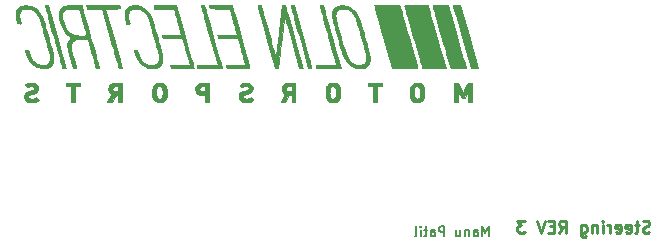
<source format=gbo>
G04 #@! TF.GenerationSoftware,KiCad,Pcbnew,5.0.0-fee4fd1~66~ubuntu18.04.1*
G04 #@! TF.CreationDate,2018-12-05T21:06:15-05:00*
G04 #@! TF.ProjectId,Steering2,5374656572696E67322E6B696361645F,rev?*
G04 #@! TF.SameCoordinates,Original*
G04 #@! TF.FileFunction,Legend,Bot*
G04 #@! TF.FilePolarity,Positive*
%FSLAX46Y46*%
G04 Gerber Fmt 4.6, Leading zero omitted, Abs format (unit mm)*
G04 Created by KiCad (PCBNEW 5.0.0-fee4fd1~66~ubuntu18.04.1) date Wed Dec  5 21:06:15 2018*
%MOMM*%
%LPD*%
G01*
G04 APERTURE LIST*
%ADD10C,0.203200*%
%ADD11C,0.254000*%
%ADD12C,0.010000*%
G04 APERTURE END LIST*
D10*
X73860780Y-44792295D02*
X73860780Y-43979495D01*
X73589847Y-44560066D01*
X73318914Y-43979495D01*
X73318914Y-44792295D01*
X72583523Y-44792295D02*
X72583523Y-44366542D01*
X72622228Y-44289133D01*
X72699638Y-44250428D01*
X72854457Y-44250428D01*
X72931866Y-44289133D01*
X72583523Y-44753590D02*
X72660933Y-44792295D01*
X72854457Y-44792295D01*
X72931866Y-44753590D01*
X72970571Y-44676180D01*
X72970571Y-44598771D01*
X72931866Y-44521361D01*
X72854457Y-44482657D01*
X72660933Y-44482657D01*
X72583523Y-44443952D01*
X72196476Y-44250428D02*
X72196476Y-44792295D01*
X72196476Y-44327838D02*
X72157771Y-44289133D01*
X72080361Y-44250428D01*
X71964247Y-44250428D01*
X71886838Y-44289133D01*
X71848133Y-44366542D01*
X71848133Y-44792295D01*
X71112742Y-44250428D02*
X71112742Y-44792295D01*
X71461085Y-44250428D02*
X71461085Y-44676180D01*
X71422380Y-44753590D01*
X71344971Y-44792295D01*
X71228857Y-44792295D01*
X71151447Y-44753590D01*
X71112742Y-44714885D01*
X70106419Y-44792295D02*
X70106419Y-43979495D01*
X69796780Y-43979495D01*
X69719371Y-44018200D01*
X69680666Y-44056904D01*
X69641961Y-44134314D01*
X69641961Y-44250428D01*
X69680666Y-44327838D01*
X69719371Y-44366542D01*
X69796780Y-44405247D01*
X70106419Y-44405247D01*
X68945276Y-44792295D02*
X68945276Y-44366542D01*
X68983980Y-44289133D01*
X69061390Y-44250428D01*
X69216209Y-44250428D01*
X69293619Y-44289133D01*
X68945276Y-44753590D02*
X69022685Y-44792295D01*
X69216209Y-44792295D01*
X69293619Y-44753590D01*
X69332323Y-44676180D01*
X69332323Y-44598771D01*
X69293619Y-44521361D01*
X69216209Y-44482657D01*
X69022685Y-44482657D01*
X68945276Y-44443952D01*
X68674342Y-44250428D02*
X68364704Y-44250428D01*
X68558228Y-43979495D02*
X68558228Y-44676180D01*
X68519523Y-44753590D01*
X68442114Y-44792295D01*
X68364704Y-44792295D01*
X68093771Y-44792295D02*
X68093771Y-44250428D01*
X68093771Y-43979495D02*
X68132476Y-44018200D01*
X68093771Y-44056904D01*
X68055066Y-44018200D01*
X68093771Y-43979495D01*
X68093771Y-44056904D01*
X67590609Y-44792295D02*
X67668019Y-44753590D01*
X67706723Y-44676180D01*
X67706723Y-43979495D01*
D11*
X87477600Y-44454838D02*
X87332457Y-44503219D01*
X87090552Y-44503219D01*
X86993790Y-44454838D01*
X86945409Y-44406457D01*
X86897028Y-44309695D01*
X86897028Y-44212933D01*
X86945409Y-44116171D01*
X86993790Y-44067790D01*
X87090552Y-44019409D01*
X87284076Y-43971028D01*
X87380838Y-43922647D01*
X87429219Y-43874266D01*
X87477600Y-43777504D01*
X87477600Y-43680742D01*
X87429219Y-43583980D01*
X87380838Y-43535600D01*
X87284076Y-43487219D01*
X87042171Y-43487219D01*
X86897028Y-43535600D01*
X86606742Y-43825885D02*
X86219695Y-43825885D01*
X86461600Y-43487219D02*
X86461600Y-44358076D01*
X86413219Y-44454838D01*
X86316457Y-44503219D01*
X86219695Y-44503219D01*
X85493980Y-44454838D02*
X85590742Y-44503219D01*
X85784266Y-44503219D01*
X85881028Y-44454838D01*
X85929409Y-44358076D01*
X85929409Y-43971028D01*
X85881028Y-43874266D01*
X85784266Y-43825885D01*
X85590742Y-43825885D01*
X85493980Y-43874266D01*
X85445600Y-43971028D01*
X85445600Y-44067790D01*
X85929409Y-44164552D01*
X84623123Y-44454838D02*
X84719885Y-44503219D01*
X84913409Y-44503219D01*
X85010171Y-44454838D01*
X85058552Y-44358076D01*
X85058552Y-43971028D01*
X85010171Y-43874266D01*
X84913409Y-43825885D01*
X84719885Y-43825885D01*
X84623123Y-43874266D01*
X84574742Y-43971028D01*
X84574742Y-44067790D01*
X85058552Y-44164552D01*
X84139314Y-44503219D02*
X84139314Y-43825885D01*
X84139314Y-44019409D02*
X84090933Y-43922647D01*
X84042552Y-43874266D01*
X83945790Y-43825885D01*
X83849028Y-43825885D01*
X83510361Y-44503219D02*
X83510361Y-43825885D01*
X83510361Y-43487219D02*
X83558742Y-43535600D01*
X83510361Y-43583980D01*
X83461980Y-43535600D01*
X83510361Y-43487219D01*
X83510361Y-43583980D01*
X83026552Y-43825885D02*
X83026552Y-44503219D01*
X83026552Y-43922647D02*
X82978171Y-43874266D01*
X82881409Y-43825885D01*
X82736266Y-43825885D01*
X82639504Y-43874266D01*
X82591123Y-43971028D01*
X82591123Y-44503219D01*
X81671885Y-43825885D02*
X81671885Y-44648361D01*
X81720266Y-44745123D01*
X81768647Y-44793504D01*
X81865409Y-44841885D01*
X82010552Y-44841885D01*
X82107314Y-44793504D01*
X81671885Y-44454838D02*
X81768647Y-44503219D01*
X81962171Y-44503219D01*
X82058933Y-44454838D01*
X82107314Y-44406457D01*
X82155695Y-44309695D01*
X82155695Y-44019409D01*
X82107314Y-43922647D01*
X82058933Y-43874266D01*
X81962171Y-43825885D01*
X81768647Y-43825885D01*
X81671885Y-43874266D01*
X79833409Y-44503219D02*
X80172076Y-44019409D01*
X80413980Y-44503219D02*
X80413980Y-43487219D01*
X80026933Y-43487219D01*
X79930171Y-43535600D01*
X79881790Y-43583980D01*
X79833409Y-43680742D01*
X79833409Y-43825885D01*
X79881790Y-43922647D01*
X79930171Y-43971028D01*
X80026933Y-44019409D01*
X80413980Y-44019409D01*
X79397980Y-43971028D02*
X79059314Y-43971028D01*
X78914171Y-44503219D02*
X79397980Y-44503219D01*
X79397980Y-43487219D01*
X78914171Y-43487219D01*
X78623885Y-43487219D02*
X78285219Y-44503219D01*
X77946552Y-43487219D01*
X76930552Y-43487219D02*
X76301600Y-43487219D01*
X76640266Y-43874266D01*
X76495123Y-43874266D01*
X76398361Y-43922647D01*
X76349980Y-43971028D01*
X76301600Y-44067790D01*
X76301600Y-44309695D01*
X76349980Y-44406457D01*
X76398361Y-44454838D01*
X76495123Y-44503219D01*
X76785409Y-44503219D01*
X76882171Y-44454838D01*
X76930552Y-44406457D01*
D12*
G04 #@! TO.C,G\002A\002A\002A*
G36*
X34570125Y-25255268D02*
X34350881Y-25288699D01*
X34171072Y-25353830D01*
X34030147Y-25451026D01*
X33927556Y-25580651D01*
X33868861Y-25720755D01*
X33846775Y-25841805D01*
X33837718Y-25997071D01*
X33841125Y-26171821D01*
X33856430Y-26351324D01*
X33883067Y-26520848D01*
X33902874Y-26606500D01*
X33950128Y-26784300D01*
X34096798Y-26791981D01*
X34178849Y-26794658D01*
X34220861Y-26789620D01*
X34233381Y-26773849D01*
X34229973Y-26753881D01*
X34180793Y-26573985D01*
X34149193Y-26422354D01*
X34132131Y-26280826D01*
X34126598Y-26136600D01*
X34127377Y-26017253D01*
X34133481Y-25933466D01*
X34147564Y-25870068D01*
X34172278Y-25811889D01*
X34188720Y-25781319D01*
X34268359Y-25674578D01*
X34373216Y-25599748D01*
X34510254Y-25553328D01*
X34684981Y-25531894D01*
X34922966Y-25541811D01*
X35139320Y-25597685D01*
X35334049Y-25699519D01*
X35507159Y-25847318D01*
X35658655Y-26041087D01*
X35788546Y-26280829D01*
X35823990Y-26363413D01*
X35844565Y-26421944D01*
X35876846Y-26523930D01*
X35919267Y-26663793D01*
X35970260Y-26835953D01*
X36028258Y-27034833D01*
X36091694Y-27254852D01*
X36159000Y-27490431D01*
X36228608Y-27735992D01*
X36298952Y-27985955D01*
X36368464Y-28234742D01*
X36435577Y-28476772D01*
X36498723Y-28706468D01*
X36556334Y-28918249D01*
X36606845Y-29106538D01*
X36648686Y-29265754D01*
X36680291Y-29390319D01*
X36700093Y-29474654D01*
X36704937Y-29499161D01*
X36725448Y-29713816D01*
X36707788Y-29895297D01*
X36651760Y-30044176D01*
X36557162Y-30161028D01*
X36449000Y-30234211D01*
X36381009Y-30267165D01*
X36322981Y-30287559D01*
X36259860Y-30297794D01*
X36176588Y-30300272D01*
X36058109Y-30297395D01*
X36053830Y-30297250D01*
X35928730Y-30291290D01*
X35837187Y-30280954D01*
X35761965Y-30262527D01*
X35685826Y-30232293D01*
X35630700Y-30206039D01*
X35449376Y-30089116D01*
X35285365Y-29926679D01*
X35140777Y-29721688D01*
X35017724Y-29477101D01*
X34924359Y-29216350D01*
X34869253Y-29032200D01*
X34732027Y-29032200D01*
X34656292Y-29036064D01*
X34606453Y-29046016D01*
X34594800Y-29055309D01*
X34604344Y-29106467D01*
X34630149Y-29192727D01*
X34667971Y-29302709D01*
X34713570Y-29425036D01*
X34762703Y-29548329D01*
X34811129Y-29661210D01*
X34854606Y-29752300D01*
X34854724Y-29752527D01*
X34948289Y-29905112D01*
X35068182Y-30059143D01*
X35203590Y-30203396D01*
X35343698Y-30326650D01*
X35477693Y-30417682D01*
X35513647Y-30436348D01*
X35731290Y-30517656D01*
X35966283Y-30565981D01*
X36203486Y-30579722D01*
X36427760Y-30557275D01*
X36499800Y-30540735D01*
X36673544Y-30472738D01*
X36809760Y-30371024D01*
X36910881Y-30233241D01*
X36971443Y-30084733D01*
X36995856Y-29959127D01*
X37006230Y-29802611D01*
X37002309Y-29633167D01*
X36983836Y-29468782D01*
X36980514Y-29449614D01*
X36966416Y-29386292D01*
X36939626Y-29279844D01*
X36901739Y-29135894D01*
X36854347Y-28960067D01*
X36799045Y-28757987D01*
X36737427Y-28535277D01*
X36671085Y-28297563D01*
X36601615Y-28050468D01*
X36530609Y-27799617D01*
X36459661Y-27550634D01*
X36390366Y-27309142D01*
X36324317Y-27080767D01*
X36263107Y-26871132D01*
X36208331Y-26685862D01*
X36161582Y-26530581D01*
X36124454Y-26410912D01*
X36098540Y-26332481D01*
X36092640Y-26316395D01*
X35964280Y-26041959D01*
X35806684Y-25805299D01*
X35622408Y-25608197D01*
X35414013Y-25452436D01*
X35184055Y-25339800D01*
X34935094Y-25272071D01*
X34669687Y-25251033D01*
X34570125Y-25255268D01*
X34570125Y-25255268D01*
G37*
X34570125Y-25255268D02*
X34350881Y-25288699D01*
X34171072Y-25353830D01*
X34030147Y-25451026D01*
X33927556Y-25580651D01*
X33868861Y-25720755D01*
X33846775Y-25841805D01*
X33837718Y-25997071D01*
X33841125Y-26171821D01*
X33856430Y-26351324D01*
X33883067Y-26520848D01*
X33902874Y-26606500D01*
X33950128Y-26784300D01*
X34096798Y-26791981D01*
X34178849Y-26794658D01*
X34220861Y-26789620D01*
X34233381Y-26773849D01*
X34229973Y-26753881D01*
X34180793Y-26573985D01*
X34149193Y-26422354D01*
X34132131Y-26280826D01*
X34126598Y-26136600D01*
X34127377Y-26017253D01*
X34133481Y-25933466D01*
X34147564Y-25870068D01*
X34172278Y-25811889D01*
X34188720Y-25781319D01*
X34268359Y-25674578D01*
X34373216Y-25599748D01*
X34510254Y-25553328D01*
X34684981Y-25531894D01*
X34922966Y-25541811D01*
X35139320Y-25597685D01*
X35334049Y-25699519D01*
X35507159Y-25847318D01*
X35658655Y-26041087D01*
X35788546Y-26280829D01*
X35823990Y-26363413D01*
X35844565Y-26421944D01*
X35876846Y-26523930D01*
X35919267Y-26663793D01*
X35970260Y-26835953D01*
X36028258Y-27034833D01*
X36091694Y-27254852D01*
X36159000Y-27490431D01*
X36228608Y-27735992D01*
X36298952Y-27985955D01*
X36368464Y-28234742D01*
X36435577Y-28476772D01*
X36498723Y-28706468D01*
X36556334Y-28918249D01*
X36606845Y-29106538D01*
X36648686Y-29265754D01*
X36680291Y-29390319D01*
X36700093Y-29474654D01*
X36704937Y-29499161D01*
X36725448Y-29713816D01*
X36707788Y-29895297D01*
X36651760Y-30044176D01*
X36557162Y-30161028D01*
X36449000Y-30234211D01*
X36381009Y-30267165D01*
X36322981Y-30287559D01*
X36259860Y-30297794D01*
X36176588Y-30300272D01*
X36058109Y-30297395D01*
X36053830Y-30297250D01*
X35928730Y-30291290D01*
X35837187Y-30280954D01*
X35761965Y-30262527D01*
X35685826Y-30232293D01*
X35630700Y-30206039D01*
X35449376Y-30089116D01*
X35285365Y-29926679D01*
X35140777Y-29721688D01*
X35017724Y-29477101D01*
X34924359Y-29216350D01*
X34869253Y-29032200D01*
X34732027Y-29032200D01*
X34656292Y-29036064D01*
X34606453Y-29046016D01*
X34594800Y-29055309D01*
X34604344Y-29106467D01*
X34630149Y-29192727D01*
X34667971Y-29302709D01*
X34713570Y-29425036D01*
X34762703Y-29548329D01*
X34811129Y-29661210D01*
X34854606Y-29752300D01*
X34854724Y-29752527D01*
X34948289Y-29905112D01*
X35068182Y-30059143D01*
X35203590Y-30203396D01*
X35343698Y-30326650D01*
X35477693Y-30417682D01*
X35513647Y-30436348D01*
X35731290Y-30517656D01*
X35966283Y-30565981D01*
X36203486Y-30579722D01*
X36427760Y-30557275D01*
X36499800Y-30540735D01*
X36673544Y-30472738D01*
X36809760Y-30371024D01*
X36910881Y-30233241D01*
X36971443Y-30084733D01*
X36995856Y-29959127D01*
X37006230Y-29802611D01*
X37002309Y-29633167D01*
X36983836Y-29468782D01*
X36980514Y-29449614D01*
X36966416Y-29386292D01*
X36939626Y-29279844D01*
X36901739Y-29135894D01*
X36854347Y-28960067D01*
X36799045Y-28757987D01*
X36737427Y-28535277D01*
X36671085Y-28297563D01*
X36601615Y-28050468D01*
X36530609Y-27799617D01*
X36459661Y-27550634D01*
X36390366Y-27309142D01*
X36324317Y-27080767D01*
X36263107Y-26871132D01*
X36208331Y-26685862D01*
X36161582Y-26530581D01*
X36124454Y-26410912D01*
X36098540Y-26332481D01*
X36092640Y-26316395D01*
X35964280Y-26041959D01*
X35806684Y-25805299D01*
X35622408Y-25608197D01*
X35414013Y-25452436D01*
X35184055Y-25339800D01*
X34935094Y-25272071D01*
X34669687Y-25251033D01*
X34570125Y-25255268D01*
G36*
X36306056Y-25261623D02*
X36296600Y-25280843D01*
X36303353Y-25309720D01*
X36323009Y-25384237D01*
X36354667Y-25501147D01*
X36397425Y-25657201D01*
X36450382Y-25849152D01*
X36512636Y-26073751D01*
X36583284Y-26327752D01*
X36661426Y-26607905D01*
X36746159Y-26910963D01*
X36836581Y-27233679D01*
X36931792Y-27572804D01*
X37021578Y-27892020D01*
X37120585Y-28243774D01*
X37215871Y-28582414D01*
X37306512Y-28904655D01*
X37391585Y-29207215D01*
X37470169Y-29486808D01*
X37541341Y-29740150D01*
X37604179Y-29963957D01*
X37657759Y-30154944D01*
X37701161Y-30309827D01*
X37733460Y-30425322D01*
X37753736Y-30498145D01*
X37760931Y-30524450D01*
X37775168Y-30557616D01*
X37805415Y-30574781D01*
X37865320Y-30581005D01*
X37915008Y-30581600D01*
X37994439Y-30580160D01*
X38034070Y-30572479D01*
X38044890Y-30553517D01*
X38039555Y-30524450D01*
X38030731Y-30492661D01*
X38009052Y-30415241D01*
X37975435Y-30295455D01*
X37930800Y-30136568D01*
X37876065Y-29941846D01*
X37812148Y-29714553D01*
X37739967Y-29457956D01*
X37660442Y-29175319D01*
X37574489Y-28869908D01*
X37483029Y-28544989D01*
X37386979Y-28203826D01*
X37291232Y-27863800D01*
X36558062Y-25260300D01*
X36427331Y-25252622D01*
X36346421Y-25251471D01*
X36306056Y-25261623D01*
X36306056Y-25261623D01*
G37*
X36306056Y-25261623D02*
X36296600Y-25280843D01*
X36303353Y-25309720D01*
X36323009Y-25384237D01*
X36354667Y-25501147D01*
X36397425Y-25657201D01*
X36450382Y-25849152D01*
X36512636Y-26073751D01*
X36583284Y-26327752D01*
X36661426Y-26607905D01*
X36746159Y-26910963D01*
X36836581Y-27233679D01*
X36931792Y-27572804D01*
X37021578Y-27892020D01*
X37120585Y-28243774D01*
X37215871Y-28582414D01*
X37306512Y-28904655D01*
X37391585Y-29207215D01*
X37470169Y-29486808D01*
X37541341Y-29740150D01*
X37604179Y-29963957D01*
X37657759Y-30154944D01*
X37701161Y-30309827D01*
X37733460Y-30425322D01*
X37753736Y-30498145D01*
X37760931Y-30524450D01*
X37775168Y-30557616D01*
X37805415Y-30574781D01*
X37865320Y-30581005D01*
X37915008Y-30581600D01*
X37994439Y-30580160D01*
X38034070Y-30572479D01*
X38044890Y-30553517D01*
X38039555Y-30524450D01*
X38030731Y-30492661D01*
X38009052Y-30415241D01*
X37975435Y-30295455D01*
X37930800Y-30136568D01*
X37876065Y-29941846D01*
X37812148Y-29714553D01*
X37739967Y-29457956D01*
X37660442Y-29175319D01*
X37574489Y-28869908D01*
X37483029Y-28544989D01*
X37386979Y-28203826D01*
X37291232Y-27863800D01*
X36558062Y-25260300D01*
X36427331Y-25252622D01*
X36346421Y-25251471D01*
X36306056Y-25261623D01*
G36*
X38897454Y-25251494D02*
X38717796Y-25253531D01*
X38715950Y-25253557D01*
X38503220Y-25257039D01*
X38334739Y-25261053D01*
X38203960Y-25266042D01*
X38104334Y-25272450D01*
X38029309Y-25280722D01*
X37972339Y-25291301D01*
X37926872Y-25304630D01*
X37918812Y-25307579D01*
X37761779Y-25391744D01*
X37632105Y-25511731D01*
X37540059Y-25658020D01*
X37539513Y-25659245D01*
X37498915Y-25796470D01*
X37480135Y-25968769D01*
X37483057Y-26165393D01*
X37507560Y-26375597D01*
X37549651Y-26574006D01*
X37656510Y-26918095D01*
X37785547Y-27216503D01*
X37936783Y-27469261D01*
X38110236Y-27676402D01*
X38305927Y-27837958D01*
X38379400Y-27883580D01*
X38445100Y-27921265D01*
X38489428Y-27946801D01*
X38500099Y-27953035D01*
X38487590Y-27971831D01*
X38448623Y-28016677D01*
X38401295Y-28067620D01*
X38310927Y-28173492D01*
X38249509Y-28276475D01*
X38212361Y-28390173D01*
X38194802Y-28528193D01*
X38191798Y-28676600D01*
X38193054Y-28753112D01*
X38196286Y-28821747D01*
X38202964Y-28889373D01*
X38214558Y-28962856D01*
X38232536Y-29049063D01*
X38258368Y-29154860D01*
X38293521Y-29287114D01*
X38339467Y-29452693D01*
X38397673Y-29658462D01*
X38414600Y-29718000D01*
X38469106Y-29909509D01*
X38519564Y-30086598D01*
X38564187Y-30243003D01*
X38601187Y-30372464D01*
X38628773Y-30468719D01*
X38645158Y-30525506D01*
X38648594Y-30537150D01*
X38667996Y-30564052D01*
X38713014Y-30577678D01*
X38795811Y-30581594D01*
X38800212Y-30581600D01*
X38876203Y-30579637D01*
X38926321Y-30574582D01*
X38938200Y-30569810D01*
X38931570Y-30543367D01*
X38912781Y-30473999D01*
X38883486Y-30367666D01*
X38845337Y-30230329D01*
X38799989Y-30067948D01*
X38749094Y-29886486D01*
X38722138Y-29790660D01*
X38667298Y-29593840D01*
X38615995Y-29405830D01*
X38570179Y-29234080D01*
X38531803Y-29086043D01*
X38502817Y-28969169D01*
X38485172Y-28890909D01*
X38481904Y-28873199D01*
X38470758Y-28678165D01*
X38503417Y-28507253D01*
X38579205Y-28361944D01*
X38697446Y-28243717D01*
X38797673Y-28181618D01*
X38850850Y-28155059D01*
X38897467Y-28135354D01*
X38946341Y-28121320D01*
X39006287Y-28111777D01*
X39086120Y-28105543D01*
X39194655Y-28101438D01*
X39340709Y-28098281D01*
X39431689Y-28096668D01*
X39916100Y-28088237D01*
X40219306Y-29176168D01*
X40284212Y-29408815D01*
X40346519Y-29631686D01*
X40404563Y-29838865D01*
X40456682Y-30024436D01*
X40501213Y-30182483D01*
X40536492Y-30307089D01*
X40560856Y-30392340D01*
X40569756Y-30422850D01*
X40617001Y-30581600D01*
X40742801Y-30581600D01*
X40822850Y-30577260D01*
X40861488Y-30562509D01*
X40868600Y-30544394D01*
X40861849Y-30515373D01*
X40842190Y-30440685D01*
X40810518Y-30323554D01*
X40767727Y-30167201D01*
X40714712Y-29974851D01*
X40652367Y-29749726D01*
X40581585Y-29495048D01*
X40503262Y-29214041D01*
X40418291Y-28909927D01*
X40327566Y-28585929D01*
X40231982Y-28245270D01*
X40132433Y-27891173D01*
X40132000Y-27889636D01*
X40107020Y-27800832D01*
X39827200Y-27800832D01*
X39803173Y-27804819D01*
X39736582Y-27808258D01*
X39635661Y-27810917D01*
X39508645Y-27812565D01*
X39394065Y-27813000D01*
X39179256Y-27810461D01*
X39007840Y-27802530D01*
X38872644Y-27788733D01*
X38783326Y-27772605D01*
X38580571Y-27704191D01*
X38399796Y-27595387D01*
X38239845Y-27444744D01*
X38099563Y-27250811D01*
X37977794Y-27012139D01*
X37873383Y-26727276D01*
X37829606Y-26575632D01*
X37776028Y-26324796D01*
X37758911Y-26109226D01*
X37778274Y-25928793D01*
X37834135Y-25783372D01*
X37926512Y-25672834D01*
X37967152Y-25642575D01*
X38034201Y-25604176D01*
X38108457Y-25575082D01*
X38197862Y-25554112D01*
X38310363Y-25540082D01*
X38453902Y-25531810D01*
X38636425Y-25528115D01*
X38739639Y-25527620D01*
X38901802Y-25527810D01*
X39020251Y-25529341D01*
X39102067Y-25532885D01*
X39154330Y-25539112D01*
X39184121Y-25548692D01*
X39198522Y-25562297D01*
X39202360Y-25571450D01*
X39215274Y-25615662D01*
X39239454Y-25700321D01*
X39273234Y-25819479D01*
X39314946Y-25967186D01*
X39362922Y-26137491D01*
X39415496Y-26324446D01*
X39470998Y-26522100D01*
X39527762Y-26724504D01*
X39584121Y-26925709D01*
X39638406Y-27119765D01*
X39688951Y-27300722D01*
X39734087Y-27462631D01*
X39772147Y-27599542D01*
X39801464Y-27705505D01*
X39820371Y-27774572D01*
X39827199Y-27800791D01*
X39827200Y-27800832D01*
X40107020Y-27800832D01*
X40032526Y-27536017D01*
X39937004Y-27196199D01*
X39846327Y-26873369D01*
X39761387Y-26570713D01*
X39683075Y-26291416D01*
X39612284Y-26038665D01*
X39549905Y-25815645D01*
X39496830Y-25625543D01*
X39453950Y-25471545D01*
X39422158Y-25356836D01*
X39402344Y-25284604D01*
X39395402Y-25258033D01*
X39395400Y-25257998D01*
X39371101Y-25254616D01*
X39302583Y-25252231D01*
X39196420Y-25250887D01*
X39059186Y-25250627D01*
X38897454Y-25251494D01*
X38897454Y-25251494D01*
G37*
X38897454Y-25251494D02*
X38717796Y-25253531D01*
X38715950Y-25253557D01*
X38503220Y-25257039D01*
X38334739Y-25261053D01*
X38203960Y-25266042D01*
X38104334Y-25272450D01*
X38029309Y-25280722D01*
X37972339Y-25291301D01*
X37926872Y-25304630D01*
X37918812Y-25307579D01*
X37761779Y-25391744D01*
X37632105Y-25511731D01*
X37540059Y-25658020D01*
X37539513Y-25659245D01*
X37498915Y-25796470D01*
X37480135Y-25968769D01*
X37483057Y-26165393D01*
X37507560Y-26375597D01*
X37549651Y-26574006D01*
X37656510Y-26918095D01*
X37785547Y-27216503D01*
X37936783Y-27469261D01*
X38110236Y-27676402D01*
X38305927Y-27837958D01*
X38379400Y-27883580D01*
X38445100Y-27921265D01*
X38489428Y-27946801D01*
X38500099Y-27953035D01*
X38487590Y-27971831D01*
X38448623Y-28016677D01*
X38401295Y-28067620D01*
X38310927Y-28173492D01*
X38249509Y-28276475D01*
X38212361Y-28390173D01*
X38194802Y-28528193D01*
X38191798Y-28676600D01*
X38193054Y-28753112D01*
X38196286Y-28821747D01*
X38202964Y-28889373D01*
X38214558Y-28962856D01*
X38232536Y-29049063D01*
X38258368Y-29154860D01*
X38293521Y-29287114D01*
X38339467Y-29452693D01*
X38397673Y-29658462D01*
X38414600Y-29718000D01*
X38469106Y-29909509D01*
X38519564Y-30086598D01*
X38564187Y-30243003D01*
X38601187Y-30372464D01*
X38628773Y-30468719D01*
X38645158Y-30525506D01*
X38648594Y-30537150D01*
X38667996Y-30564052D01*
X38713014Y-30577678D01*
X38795811Y-30581594D01*
X38800212Y-30581600D01*
X38876203Y-30579637D01*
X38926321Y-30574582D01*
X38938200Y-30569810D01*
X38931570Y-30543367D01*
X38912781Y-30473999D01*
X38883486Y-30367666D01*
X38845337Y-30230329D01*
X38799989Y-30067948D01*
X38749094Y-29886486D01*
X38722138Y-29790660D01*
X38667298Y-29593840D01*
X38615995Y-29405830D01*
X38570179Y-29234080D01*
X38531803Y-29086043D01*
X38502817Y-28969169D01*
X38485172Y-28890909D01*
X38481904Y-28873199D01*
X38470758Y-28678165D01*
X38503417Y-28507253D01*
X38579205Y-28361944D01*
X38697446Y-28243717D01*
X38797673Y-28181618D01*
X38850850Y-28155059D01*
X38897467Y-28135354D01*
X38946341Y-28121320D01*
X39006287Y-28111777D01*
X39086120Y-28105543D01*
X39194655Y-28101438D01*
X39340709Y-28098281D01*
X39431689Y-28096668D01*
X39916100Y-28088237D01*
X40219306Y-29176168D01*
X40284212Y-29408815D01*
X40346519Y-29631686D01*
X40404563Y-29838865D01*
X40456682Y-30024436D01*
X40501213Y-30182483D01*
X40536492Y-30307089D01*
X40560856Y-30392340D01*
X40569756Y-30422850D01*
X40617001Y-30581600D01*
X40742801Y-30581600D01*
X40822850Y-30577260D01*
X40861488Y-30562509D01*
X40868600Y-30544394D01*
X40861849Y-30515373D01*
X40842190Y-30440685D01*
X40810518Y-30323554D01*
X40767727Y-30167201D01*
X40714712Y-29974851D01*
X40652367Y-29749726D01*
X40581585Y-29495048D01*
X40503262Y-29214041D01*
X40418291Y-28909927D01*
X40327566Y-28585929D01*
X40231982Y-28245270D01*
X40132433Y-27891173D01*
X40132000Y-27889636D01*
X40107020Y-27800832D01*
X39827200Y-27800832D01*
X39803173Y-27804819D01*
X39736582Y-27808258D01*
X39635661Y-27810917D01*
X39508645Y-27812565D01*
X39394065Y-27813000D01*
X39179256Y-27810461D01*
X39007840Y-27802530D01*
X38872644Y-27788733D01*
X38783326Y-27772605D01*
X38580571Y-27704191D01*
X38399796Y-27595387D01*
X38239845Y-27444744D01*
X38099563Y-27250811D01*
X37977794Y-27012139D01*
X37873383Y-26727276D01*
X37829606Y-26575632D01*
X37776028Y-26324796D01*
X37758911Y-26109226D01*
X37778274Y-25928793D01*
X37834135Y-25783372D01*
X37926512Y-25672834D01*
X37967152Y-25642575D01*
X38034201Y-25604176D01*
X38108457Y-25575082D01*
X38197862Y-25554112D01*
X38310363Y-25540082D01*
X38453902Y-25531810D01*
X38636425Y-25528115D01*
X38739639Y-25527620D01*
X38901802Y-25527810D01*
X39020251Y-25529341D01*
X39102067Y-25532885D01*
X39154330Y-25539112D01*
X39184121Y-25548692D01*
X39198522Y-25562297D01*
X39202360Y-25571450D01*
X39215274Y-25615662D01*
X39239454Y-25700321D01*
X39273234Y-25819479D01*
X39314946Y-25967186D01*
X39362922Y-26137491D01*
X39415496Y-26324446D01*
X39470998Y-26522100D01*
X39527762Y-26724504D01*
X39584121Y-26925709D01*
X39638406Y-27119765D01*
X39688951Y-27300722D01*
X39734087Y-27462631D01*
X39772147Y-27599542D01*
X39801464Y-27705505D01*
X39820371Y-27774572D01*
X39827199Y-27800791D01*
X39827200Y-27800832D01*
X40107020Y-27800832D01*
X40032526Y-27536017D01*
X39937004Y-27196199D01*
X39846327Y-26873369D01*
X39761387Y-26570713D01*
X39683075Y-26291416D01*
X39612284Y-26038665D01*
X39549905Y-25815645D01*
X39496830Y-25625543D01*
X39453950Y-25471545D01*
X39422158Y-25356836D01*
X39402344Y-25284604D01*
X39395402Y-25258033D01*
X39395400Y-25257998D01*
X39371101Y-25254616D01*
X39302583Y-25252231D01*
X39196420Y-25250887D01*
X39059186Y-25250627D01*
X38897454Y-25251494D01*
G36*
X40922902Y-25247741D02*
X40676538Y-25248148D01*
X40450595Y-25248794D01*
X40249639Y-25249654D01*
X40078238Y-25250700D01*
X39940956Y-25251907D01*
X39842360Y-25253248D01*
X39787017Y-25254697D01*
X39776400Y-25255689D01*
X39783015Y-25282459D01*
X39800025Y-25342675D01*
X39815356Y-25394955D01*
X39854311Y-25526131D01*
X40492547Y-25532915D01*
X41130783Y-25539700D01*
X41820857Y-27990800D01*
X41917518Y-28334207D01*
X42010499Y-28664687D01*
X42098848Y-28978846D01*
X42181611Y-29273288D01*
X42257837Y-29544621D01*
X42326572Y-29789450D01*
X42386863Y-30004379D01*
X42437759Y-30186016D01*
X42478305Y-30330965D01*
X42507551Y-30435833D01*
X42524542Y-30497225D01*
X42528450Y-30511750D01*
X42542419Y-30551954D01*
X42567696Y-30572779D01*
X42618459Y-30580544D01*
X42685184Y-30581600D01*
X42761493Y-30580552D01*
X42811921Y-30577851D01*
X42824076Y-30575250D01*
X42817295Y-30550451D01*
X42797650Y-30479995D01*
X42766050Y-30367118D01*
X42723406Y-30215059D01*
X42670628Y-30027056D01*
X42608625Y-29806348D01*
X42538308Y-29556174D01*
X42460585Y-29279771D01*
X42376369Y-28980377D01*
X42286567Y-28661232D01*
X42192091Y-28325573D01*
X42115717Y-28054300D01*
X41407683Y-25539700D01*
X42042390Y-25532908D01*
X42241077Y-25530405D01*
X42394277Y-25527426D01*
X42507306Y-25523607D01*
X42585477Y-25518578D01*
X42634104Y-25511974D01*
X42658500Y-25503429D01*
X42663980Y-25492574D01*
X42663255Y-25490047D01*
X42648102Y-25443508D01*
X42627499Y-25372276D01*
X42621628Y-25350788D01*
X42593842Y-25247600D01*
X41185121Y-25247600D01*
X40922902Y-25247741D01*
X40922902Y-25247741D01*
G37*
X40922902Y-25247741D02*
X40676538Y-25248148D01*
X40450595Y-25248794D01*
X40249639Y-25249654D01*
X40078238Y-25250700D01*
X39940956Y-25251907D01*
X39842360Y-25253248D01*
X39787017Y-25254697D01*
X39776400Y-25255689D01*
X39783015Y-25282459D01*
X39800025Y-25342675D01*
X39815356Y-25394955D01*
X39854311Y-25526131D01*
X40492547Y-25532915D01*
X41130783Y-25539700D01*
X41820857Y-27990800D01*
X41917518Y-28334207D01*
X42010499Y-28664687D01*
X42098848Y-28978846D01*
X42181611Y-29273288D01*
X42257837Y-29544621D01*
X42326572Y-29789450D01*
X42386863Y-30004379D01*
X42437759Y-30186016D01*
X42478305Y-30330965D01*
X42507551Y-30435833D01*
X42524542Y-30497225D01*
X42528450Y-30511750D01*
X42542419Y-30551954D01*
X42567696Y-30572779D01*
X42618459Y-30580544D01*
X42685184Y-30581600D01*
X42761493Y-30580552D01*
X42811921Y-30577851D01*
X42824076Y-30575250D01*
X42817295Y-30550451D01*
X42797650Y-30479995D01*
X42766050Y-30367118D01*
X42723406Y-30215059D01*
X42670628Y-30027056D01*
X42608625Y-29806348D01*
X42538308Y-29556174D01*
X42460585Y-29279771D01*
X42376369Y-28980377D01*
X42286567Y-28661232D01*
X42192091Y-28325573D01*
X42115717Y-28054300D01*
X41407683Y-25539700D01*
X42042390Y-25532908D01*
X42241077Y-25530405D01*
X42394277Y-25527426D01*
X42507306Y-25523607D01*
X42585477Y-25518578D01*
X42634104Y-25511974D01*
X42658500Y-25503429D01*
X42663980Y-25492574D01*
X42663255Y-25490047D01*
X42648102Y-25443508D01*
X42627499Y-25372276D01*
X42621628Y-25350788D01*
X42593842Y-25247600D01*
X41185121Y-25247600D01*
X40922902Y-25247741D01*
G36*
X43772176Y-25261581D02*
X43678276Y-25264866D01*
X43608163Y-25273537D01*
X43548332Y-25289919D01*
X43485280Y-25316335D01*
X43430685Y-25342684D01*
X43280944Y-25440967D01*
X43168640Y-25570379D01*
X43093618Y-25731638D01*
X43055721Y-25925460D01*
X43054795Y-26152564D01*
X43090682Y-26413667D01*
X43146733Y-26650950D01*
X43186695Y-26797000D01*
X43323048Y-26797000D01*
X43398521Y-26794506D01*
X43448037Y-26788087D01*
X43459400Y-26782181D01*
X43453614Y-26752183D01*
X43438266Y-26685897D01*
X43416378Y-26596253D01*
X43410470Y-26572631D01*
X43361153Y-26341346D01*
X43340028Y-26147430D01*
X43347593Y-25985669D01*
X43384343Y-25850846D01*
X43450776Y-25737745D01*
X43494668Y-25688321D01*
X43585396Y-25612486D01*
X43685160Y-25562919D01*
X43805169Y-25536500D01*
X43956634Y-25530110D01*
X44050635Y-25533617D01*
X44178960Y-25544345D01*
X44277868Y-25563090D01*
X44368657Y-25594911D01*
X44431635Y-25624130D01*
X44613452Y-25741274D01*
X44778233Y-25903058D01*
X44922474Y-26105154D01*
X45042672Y-26343237D01*
X45070441Y-26412846D01*
X45089455Y-26469536D01*
X45120344Y-26569509D01*
X45161497Y-26707070D01*
X45211303Y-26876524D01*
X45268150Y-27072177D01*
X45330426Y-27288335D01*
X45396520Y-27519303D01*
X45464822Y-27759386D01*
X45533718Y-28002890D01*
X45601598Y-28244121D01*
X45666850Y-28477384D01*
X45727863Y-28696985D01*
X45783026Y-28897229D01*
X45830726Y-29072421D01*
X45869352Y-29216867D01*
X45897294Y-29324873D01*
X45912315Y-29387800D01*
X45931992Y-29505059D01*
X45944978Y-29631226D01*
X45948018Y-29705300D01*
X45932438Y-29892749D01*
X45883785Y-30042940D01*
X45800409Y-30157424D01*
X45680659Y-30237753D01*
X45522885Y-30285478D01*
X45325435Y-30302152D01*
X45313052Y-30302200D01*
X45083191Y-30280151D01*
X44875359Y-30213699D01*
X44689051Y-30102382D01*
X44523760Y-29945741D01*
X44378979Y-29743315D01*
X44254204Y-29494643D01*
X44168029Y-29260800D01*
X44098708Y-29044900D01*
X43956854Y-29037282D01*
X43879741Y-29035030D01*
X43828222Y-29037143D01*
X43815000Y-29041341D01*
X43822376Y-29068953D01*
X43842231Y-29133829D01*
X43871153Y-29224983D01*
X43892267Y-29290259D01*
X44015057Y-29609175D01*
X44160959Y-29882859D01*
X44329969Y-30111309D01*
X44522086Y-30294521D01*
X44737307Y-30432495D01*
X44975629Y-30525227D01*
X45237050Y-30572716D01*
X45402500Y-30579510D01*
X45517847Y-30574768D01*
X45630250Y-30563552D01*
X45716630Y-30548213D01*
X45721256Y-30547005D01*
X45898171Y-30476437D01*
X46039270Y-30369879D01*
X46144413Y-30227459D01*
X46190967Y-30122655D01*
X46215060Y-30017232D01*
X46227959Y-29877375D01*
X46229614Y-29718209D01*
X46219978Y-29554862D01*
X46199001Y-29402461D01*
X46193370Y-29374292D01*
X46179482Y-29317084D01*
X46153246Y-29216811D01*
X46116279Y-29079250D01*
X46070203Y-28910179D01*
X46016637Y-28715374D01*
X45957199Y-28500613D01*
X45893510Y-28271674D01*
X45827189Y-28034332D01*
X45759856Y-27794366D01*
X45693130Y-27557552D01*
X45628630Y-27329668D01*
X45567976Y-27116491D01*
X45512787Y-26923797D01*
X45464684Y-26757364D01*
X45425285Y-26622969D01*
X45396210Y-26526390D01*
X45385439Y-26492200D01*
X45268177Y-26193860D01*
X45122872Y-25932378D01*
X44951387Y-25709936D01*
X44755582Y-25528715D01*
X44537321Y-25390896D01*
X44391987Y-25328363D01*
X44302568Y-25298721D01*
X44221152Y-25279309D01*
X44132301Y-25268011D01*
X44020577Y-25262709D01*
X43903366Y-25261359D01*
X43772176Y-25261581D01*
X43772176Y-25261581D01*
G37*
X43772176Y-25261581D02*
X43678276Y-25264866D01*
X43608163Y-25273537D01*
X43548332Y-25289919D01*
X43485280Y-25316335D01*
X43430685Y-25342684D01*
X43280944Y-25440967D01*
X43168640Y-25570379D01*
X43093618Y-25731638D01*
X43055721Y-25925460D01*
X43054795Y-26152564D01*
X43090682Y-26413667D01*
X43146733Y-26650950D01*
X43186695Y-26797000D01*
X43323048Y-26797000D01*
X43398521Y-26794506D01*
X43448037Y-26788087D01*
X43459400Y-26782181D01*
X43453614Y-26752183D01*
X43438266Y-26685897D01*
X43416378Y-26596253D01*
X43410470Y-26572631D01*
X43361153Y-26341346D01*
X43340028Y-26147430D01*
X43347593Y-25985669D01*
X43384343Y-25850846D01*
X43450776Y-25737745D01*
X43494668Y-25688321D01*
X43585396Y-25612486D01*
X43685160Y-25562919D01*
X43805169Y-25536500D01*
X43956634Y-25530110D01*
X44050635Y-25533617D01*
X44178960Y-25544345D01*
X44277868Y-25563090D01*
X44368657Y-25594911D01*
X44431635Y-25624130D01*
X44613452Y-25741274D01*
X44778233Y-25903058D01*
X44922474Y-26105154D01*
X45042672Y-26343237D01*
X45070441Y-26412846D01*
X45089455Y-26469536D01*
X45120344Y-26569509D01*
X45161497Y-26707070D01*
X45211303Y-26876524D01*
X45268150Y-27072177D01*
X45330426Y-27288335D01*
X45396520Y-27519303D01*
X45464822Y-27759386D01*
X45533718Y-28002890D01*
X45601598Y-28244121D01*
X45666850Y-28477384D01*
X45727863Y-28696985D01*
X45783026Y-28897229D01*
X45830726Y-29072421D01*
X45869352Y-29216867D01*
X45897294Y-29324873D01*
X45912315Y-29387800D01*
X45931992Y-29505059D01*
X45944978Y-29631226D01*
X45948018Y-29705300D01*
X45932438Y-29892749D01*
X45883785Y-30042940D01*
X45800409Y-30157424D01*
X45680659Y-30237753D01*
X45522885Y-30285478D01*
X45325435Y-30302152D01*
X45313052Y-30302200D01*
X45083191Y-30280151D01*
X44875359Y-30213699D01*
X44689051Y-30102382D01*
X44523760Y-29945741D01*
X44378979Y-29743315D01*
X44254204Y-29494643D01*
X44168029Y-29260800D01*
X44098708Y-29044900D01*
X43956854Y-29037282D01*
X43879741Y-29035030D01*
X43828222Y-29037143D01*
X43815000Y-29041341D01*
X43822376Y-29068953D01*
X43842231Y-29133829D01*
X43871153Y-29224983D01*
X43892267Y-29290259D01*
X44015057Y-29609175D01*
X44160959Y-29882859D01*
X44329969Y-30111309D01*
X44522086Y-30294521D01*
X44737307Y-30432495D01*
X44975629Y-30525227D01*
X45237050Y-30572716D01*
X45402500Y-30579510D01*
X45517847Y-30574768D01*
X45630250Y-30563552D01*
X45716630Y-30548213D01*
X45721256Y-30547005D01*
X45898171Y-30476437D01*
X46039270Y-30369879D01*
X46144413Y-30227459D01*
X46190967Y-30122655D01*
X46215060Y-30017232D01*
X46227959Y-29877375D01*
X46229614Y-29718209D01*
X46219978Y-29554862D01*
X46199001Y-29402461D01*
X46193370Y-29374292D01*
X46179482Y-29317084D01*
X46153246Y-29216811D01*
X46116279Y-29079250D01*
X46070203Y-28910179D01*
X46016637Y-28715374D01*
X45957199Y-28500613D01*
X45893510Y-28271674D01*
X45827189Y-28034332D01*
X45759856Y-27794366D01*
X45693130Y-27557552D01*
X45628630Y-27329668D01*
X45567976Y-27116491D01*
X45512787Y-26923797D01*
X45464684Y-26757364D01*
X45425285Y-26622969D01*
X45396210Y-26526390D01*
X45385439Y-26492200D01*
X45268177Y-26193860D01*
X45122872Y-25932378D01*
X44951387Y-25709936D01*
X44755582Y-25528715D01*
X44537321Y-25390896D01*
X44391987Y-25328363D01*
X44302568Y-25298721D01*
X44221152Y-25279309D01*
X44132301Y-25268011D01*
X44020577Y-25262709D01*
X43903366Y-25261359D01*
X43772176Y-25261581D01*
G36*
X46172475Y-25248209D02*
X45942715Y-25250059D01*
X45761399Y-25253182D01*
X45627359Y-25257611D01*
X45539424Y-25263379D01*
X45496424Y-25270518D01*
X45491400Y-25274452D01*
X45497229Y-25313843D01*
X45511922Y-25381743D01*
X45519816Y-25414152D01*
X45548231Y-25526999D01*
X46382932Y-25527000D01*
X47217633Y-25527000D01*
X47235105Y-25596850D01*
X47245560Y-25635606D01*
X47268300Y-25717817D01*
X47301803Y-25838050D01*
X47344548Y-25990870D01*
X47395015Y-26170846D01*
X47451682Y-26372543D01*
X47513028Y-26590528D01*
X47549736Y-26720800D01*
X47846895Y-27774900D01*
X47024748Y-27781597D01*
X46776261Y-27784229D01*
X46575999Y-27787743D01*
X46421391Y-27792250D01*
X46309867Y-27797858D01*
X46238858Y-27804679D01*
X46205793Y-27812821D01*
X46202600Y-27816750D01*
X46209460Y-27857857D01*
X46226490Y-27924435D01*
X46232021Y-27943403D01*
X46261442Y-28041600D01*
X47921858Y-28041600D01*
X48070038Y-28568650D01*
X48123612Y-28759176D01*
X48186080Y-28981290D01*
X48252574Y-29217683D01*
X48318224Y-29451043D01*
X48378161Y-29664058D01*
X48386193Y-29692600D01*
X48554168Y-30289500D01*
X47733984Y-30296197D01*
X47471551Y-30299147D01*
X47259750Y-30303301D01*
X47098429Y-30308666D01*
X46987434Y-30315248D01*
X46926612Y-30323054D01*
X46913800Y-30329399D01*
X46919625Y-30368561D01*
X46934310Y-30436306D01*
X46942216Y-30468752D01*
X46970631Y-30581600D01*
X47932816Y-30581600D01*
X48190661Y-30581245D01*
X48401540Y-30580100D01*
X48569282Y-30578037D01*
X48697716Y-30574932D01*
X48790672Y-30570660D01*
X48851979Y-30565096D01*
X48885466Y-30558114D01*
X48895000Y-30550148D01*
X48888254Y-30521929D01*
X48868608Y-30448019D01*
X48836954Y-30331621D01*
X48794180Y-30175938D01*
X48741177Y-29984172D01*
X48678837Y-29759526D01*
X48608047Y-29505203D01*
X48529700Y-29224403D01*
X48444684Y-28920331D01*
X48353891Y-28596189D01*
X48258211Y-28255179D01*
X48158533Y-27900503D01*
X48153651Y-27883148D01*
X47412302Y-25247600D01*
X46451851Y-25247600D01*
X46172475Y-25248209D01*
X46172475Y-25248209D01*
G37*
X46172475Y-25248209D02*
X45942715Y-25250059D01*
X45761399Y-25253182D01*
X45627359Y-25257611D01*
X45539424Y-25263379D01*
X45496424Y-25270518D01*
X45491400Y-25274452D01*
X45497229Y-25313843D01*
X45511922Y-25381743D01*
X45519816Y-25414152D01*
X45548231Y-25526999D01*
X46382932Y-25527000D01*
X47217633Y-25527000D01*
X47235105Y-25596850D01*
X47245560Y-25635606D01*
X47268300Y-25717817D01*
X47301803Y-25838050D01*
X47344548Y-25990870D01*
X47395015Y-26170846D01*
X47451682Y-26372543D01*
X47513028Y-26590528D01*
X47549736Y-26720800D01*
X47846895Y-27774900D01*
X47024748Y-27781597D01*
X46776261Y-27784229D01*
X46575999Y-27787743D01*
X46421391Y-27792250D01*
X46309867Y-27797858D01*
X46238858Y-27804679D01*
X46205793Y-27812821D01*
X46202600Y-27816750D01*
X46209460Y-27857857D01*
X46226490Y-27924435D01*
X46232021Y-27943403D01*
X46261442Y-28041600D01*
X47921858Y-28041600D01*
X48070038Y-28568650D01*
X48123612Y-28759176D01*
X48186080Y-28981290D01*
X48252574Y-29217683D01*
X48318224Y-29451043D01*
X48378161Y-29664058D01*
X48386193Y-29692600D01*
X48554168Y-30289500D01*
X47733984Y-30296197D01*
X47471551Y-30299147D01*
X47259750Y-30303301D01*
X47098429Y-30308666D01*
X46987434Y-30315248D01*
X46926612Y-30323054D01*
X46913800Y-30329399D01*
X46919625Y-30368561D01*
X46934310Y-30436306D01*
X46942216Y-30468752D01*
X46970631Y-30581600D01*
X47932816Y-30581600D01*
X48190661Y-30581245D01*
X48401540Y-30580100D01*
X48569282Y-30578037D01*
X48697716Y-30574932D01*
X48790672Y-30570660D01*
X48851979Y-30565096D01*
X48885466Y-30558114D01*
X48895000Y-30550148D01*
X48888254Y-30521929D01*
X48868608Y-30448019D01*
X48836954Y-30331621D01*
X48794180Y-30175938D01*
X48741177Y-29984172D01*
X48678837Y-29759526D01*
X48608047Y-29505203D01*
X48529700Y-29224403D01*
X48444684Y-28920331D01*
X48353891Y-28596189D01*
X48258211Y-28255179D01*
X48158533Y-27900503D01*
X48153651Y-27883148D01*
X47412302Y-25247600D01*
X46451851Y-25247600D01*
X46172475Y-25248209D01*
G36*
X49566797Y-25250765D02*
X49517048Y-25258922D01*
X49505465Y-25266650D01*
X49512332Y-25293226D01*
X49532082Y-25365426D01*
X49563800Y-25479979D01*
X49606570Y-25633620D01*
X49659477Y-25823079D01*
X49721606Y-26045089D01*
X49792042Y-26296381D01*
X49869870Y-26573689D01*
X49954175Y-26873744D01*
X50044042Y-27193277D01*
X50138554Y-27529022D01*
X50211401Y-27787600D01*
X50916474Y-30289500D01*
X49145108Y-30302854D01*
X49162990Y-30385077D01*
X49182619Y-30462309D01*
X49202408Y-30524450D01*
X49223943Y-30581600D01*
X50254983Y-30581600D01*
X50511051Y-30581494D01*
X50720825Y-30581045D01*
X50888810Y-30580056D01*
X51019511Y-30578331D01*
X51117435Y-30575672D01*
X51187088Y-30571883D01*
X51232973Y-30566766D01*
X51259598Y-30560124D01*
X51271468Y-30551762D01*
X51273087Y-30541481D01*
X51271990Y-30537150D01*
X51263325Y-30507082D01*
X51241833Y-30431371D01*
X51208432Y-30313279D01*
X51164042Y-30156069D01*
X51109582Y-29963002D01*
X51045972Y-29737339D01*
X50974130Y-29482344D01*
X50894976Y-29201277D01*
X50809429Y-28897402D01*
X50718408Y-28573978D01*
X50622833Y-28234270D01*
X50532921Y-27914600D01*
X50434013Y-27562936D01*
X50338831Y-27224597D01*
X50248294Y-26902845D01*
X50163323Y-26600941D01*
X50084834Y-26322148D01*
X50013747Y-26069728D01*
X49950980Y-25846942D01*
X49897454Y-25657051D01*
X49854085Y-25503319D01*
X49821793Y-25389007D01*
X49801497Y-25317376D01*
X49794231Y-25292050D01*
X49774808Y-25265146D01*
X49729766Y-25251519D01*
X49646941Y-25247605D01*
X49642589Y-25247600D01*
X49566797Y-25250765D01*
X49566797Y-25250765D01*
G37*
X49566797Y-25250765D02*
X49517048Y-25258922D01*
X49505465Y-25266650D01*
X49512332Y-25293226D01*
X49532082Y-25365426D01*
X49563800Y-25479979D01*
X49606570Y-25633620D01*
X49659477Y-25823079D01*
X49721606Y-26045089D01*
X49792042Y-26296381D01*
X49869870Y-26573689D01*
X49954175Y-26873744D01*
X50044042Y-27193277D01*
X50138554Y-27529022D01*
X50211401Y-27787600D01*
X50916474Y-30289500D01*
X49145108Y-30302854D01*
X49162990Y-30385077D01*
X49182619Y-30462309D01*
X49202408Y-30524450D01*
X49223943Y-30581600D01*
X50254983Y-30581600D01*
X50511051Y-30581494D01*
X50720825Y-30581045D01*
X50888810Y-30580056D01*
X51019511Y-30578331D01*
X51117435Y-30575672D01*
X51187088Y-30571883D01*
X51232973Y-30566766D01*
X51259598Y-30560124D01*
X51271468Y-30551762D01*
X51273087Y-30541481D01*
X51271990Y-30537150D01*
X51263325Y-30507082D01*
X51241833Y-30431371D01*
X51208432Y-30313279D01*
X51164042Y-30156069D01*
X51109582Y-29963002D01*
X51045972Y-29737339D01*
X50974130Y-29482344D01*
X50894976Y-29201277D01*
X50809429Y-28897402D01*
X50718408Y-28573978D01*
X50622833Y-28234270D01*
X50532921Y-27914600D01*
X50434013Y-27562936D01*
X50338831Y-27224597D01*
X50248294Y-26902845D01*
X50163323Y-26600941D01*
X50084834Y-26322148D01*
X50013747Y-26069728D01*
X49950980Y-25846942D01*
X49897454Y-25657051D01*
X49854085Y-25503319D01*
X49821793Y-25389007D01*
X49801497Y-25317376D01*
X49794231Y-25292050D01*
X49774808Y-25265146D01*
X49729766Y-25251519D01*
X49646941Y-25247605D01*
X49642589Y-25247600D01*
X49566797Y-25250765D01*
G36*
X50938090Y-25248084D02*
X50739376Y-25249463D01*
X50563009Y-25251629D01*
X50414506Y-25254471D01*
X50299389Y-25257882D01*
X50223174Y-25261751D01*
X50191383Y-25265969D01*
X50190786Y-25266650D01*
X50197756Y-25300536D01*
X50214960Y-25364472D01*
X50225325Y-25400000D01*
X50259479Y-25514300D01*
X51092599Y-25527000D01*
X51925720Y-25539700D01*
X52238193Y-26644600D01*
X52302559Y-26872531D01*
X52362496Y-27085428D01*
X52416617Y-27278315D01*
X52463534Y-27446212D01*
X52501857Y-27584143D01*
X52530200Y-27687129D01*
X52547174Y-27750194D01*
X52551634Y-27768550D01*
X52527467Y-27773140D01*
X52458455Y-27777332D01*
X52350551Y-27780990D01*
X52209710Y-27783974D01*
X52041884Y-27786148D01*
X51853028Y-27787375D01*
X51726617Y-27787600D01*
X50900633Y-27787600D01*
X50917536Y-27857450D01*
X50938451Y-27932816D01*
X50955491Y-27984450D01*
X50976543Y-28041600D01*
X52626649Y-28041600D01*
X52677178Y-28213050D01*
X52695688Y-28277060D01*
X52725962Y-28383214D01*
X52766085Y-28524731D01*
X52814141Y-28694831D01*
X52868215Y-28886734D01*
X52926391Y-29093659D01*
X52983971Y-29298900D01*
X53042372Y-29507189D01*
X53096817Y-29701184D01*
X53145700Y-29875177D01*
X53187415Y-30023460D01*
X53220356Y-30140324D01*
X53242918Y-30220061D01*
X53253493Y-30256962D01*
X53253730Y-30257750D01*
X53254791Y-30269944D01*
X53246432Y-30279686D01*
X53223640Y-30287249D01*
X53181405Y-30292907D01*
X53114717Y-30296932D01*
X53018565Y-30299600D01*
X52887938Y-30301183D01*
X52717825Y-30301956D01*
X52503216Y-30302192D01*
X52440012Y-30302200D01*
X52240826Y-30302762D01*
X52058907Y-30304356D01*
X51900209Y-30306846D01*
X51770687Y-30310094D01*
X51676296Y-30313963D01*
X51622992Y-30318316D01*
X51613186Y-30321250D01*
X51620157Y-30355135D01*
X51637365Y-30419070D01*
X51647734Y-30454600D01*
X51681896Y-30568900D01*
X52652456Y-30575553D01*
X52900124Y-30577142D01*
X53101639Y-30578052D01*
X53261647Y-30578099D01*
X53384793Y-30577098D01*
X53475723Y-30574862D01*
X53539080Y-30571209D01*
X53579512Y-30565952D01*
X53601662Y-30558907D01*
X53610177Y-30549888D01*
X53609700Y-30538711D01*
X53609333Y-30537453D01*
X53600711Y-30507298D01*
X53579285Y-30431522D01*
X53545979Y-30313414D01*
X53501717Y-30156261D01*
X53447425Y-29963353D01*
X53384028Y-29737977D01*
X53312449Y-29483422D01*
X53233615Y-29202977D01*
X53148451Y-28899930D01*
X53057880Y-28577569D01*
X52962827Y-28239182D01*
X52882371Y-27952700D01*
X52784060Y-27602711D01*
X52689263Y-27265424D01*
X52598924Y-26944190D01*
X52513989Y-26642363D01*
X52435405Y-26363297D01*
X52364115Y-26110346D01*
X52301066Y-25886861D01*
X52247203Y-25696198D01*
X52203472Y-25541709D01*
X52170817Y-25426747D01*
X52150185Y-25354667D01*
X52142977Y-25330150D01*
X52116861Y-25247600D01*
X51153631Y-25247600D01*
X50938090Y-25248084D01*
X50938090Y-25248084D01*
G37*
X50938090Y-25248084D02*
X50739376Y-25249463D01*
X50563009Y-25251629D01*
X50414506Y-25254471D01*
X50299389Y-25257882D01*
X50223174Y-25261751D01*
X50191383Y-25265969D01*
X50190786Y-25266650D01*
X50197756Y-25300536D01*
X50214960Y-25364472D01*
X50225325Y-25400000D01*
X50259479Y-25514300D01*
X51092599Y-25527000D01*
X51925720Y-25539700D01*
X52238193Y-26644600D01*
X52302559Y-26872531D01*
X52362496Y-27085428D01*
X52416617Y-27278315D01*
X52463534Y-27446212D01*
X52501857Y-27584143D01*
X52530200Y-27687129D01*
X52547174Y-27750194D01*
X52551634Y-27768550D01*
X52527467Y-27773140D01*
X52458455Y-27777332D01*
X52350551Y-27780990D01*
X52209710Y-27783974D01*
X52041884Y-27786148D01*
X51853028Y-27787375D01*
X51726617Y-27787600D01*
X50900633Y-27787600D01*
X50917536Y-27857450D01*
X50938451Y-27932816D01*
X50955491Y-27984450D01*
X50976543Y-28041600D01*
X52626649Y-28041600D01*
X52677178Y-28213050D01*
X52695688Y-28277060D01*
X52725962Y-28383214D01*
X52766085Y-28524731D01*
X52814141Y-28694831D01*
X52868215Y-28886734D01*
X52926391Y-29093659D01*
X52983971Y-29298900D01*
X53042372Y-29507189D01*
X53096817Y-29701184D01*
X53145700Y-29875177D01*
X53187415Y-30023460D01*
X53220356Y-30140324D01*
X53242918Y-30220061D01*
X53253493Y-30256962D01*
X53253730Y-30257750D01*
X53254791Y-30269944D01*
X53246432Y-30279686D01*
X53223640Y-30287249D01*
X53181405Y-30292907D01*
X53114717Y-30296932D01*
X53018565Y-30299600D01*
X52887938Y-30301183D01*
X52717825Y-30301956D01*
X52503216Y-30302192D01*
X52440012Y-30302200D01*
X52240826Y-30302762D01*
X52058907Y-30304356D01*
X51900209Y-30306846D01*
X51770687Y-30310094D01*
X51676296Y-30313963D01*
X51622992Y-30318316D01*
X51613186Y-30321250D01*
X51620157Y-30355135D01*
X51637365Y-30419070D01*
X51647734Y-30454600D01*
X51681896Y-30568900D01*
X52652456Y-30575553D01*
X52900124Y-30577142D01*
X53101639Y-30578052D01*
X53261647Y-30578099D01*
X53384793Y-30577098D01*
X53475723Y-30574862D01*
X53539080Y-30571209D01*
X53579512Y-30565952D01*
X53601662Y-30558907D01*
X53610177Y-30549888D01*
X53609700Y-30538711D01*
X53609333Y-30537453D01*
X53600711Y-30507298D01*
X53579285Y-30431522D01*
X53545979Y-30313414D01*
X53501717Y-30156261D01*
X53447425Y-29963353D01*
X53384028Y-29737977D01*
X53312449Y-29483422D01*
X53233615Y-29202977D01*
X53148451Y-28899930D01*
X53057880Y-28577569D01*
X52962827Y-28239182D01*
X52882371Y-27952700D01*
X52784060Y-27602711D01*
X52689263Y-27265424D01*
X52598924Y-26944190D01*
X52513989Y-26642363D01*
X52435405Y-26363297D01*
X52364115Y-26110346D01*
X52301066Y-25886861D01*
X52247203Y-25696198D01*
X52203472Y-25541709D01*
X52170817Y-25426747D01*
X52150185Y-25354667D01*
X52142977Y-25330150D01*
X52116861Y-25247600D01*
X51153631Y-25247600D01*
X50938090Y-25248084D01*
G36*
X54436028Y-25248133D02*
X54367263Y-25252022D01*
X54318123Y-25259227D01*
X54304699Y-25266650D01*
X54311361Y-25293173D01*
X54330893Y-25365423D01*
X54362412Y-25480222D01*
X54405031Y-25634396D01*
X54457867Y-25824768D01*
X54520034Y-26048161D01*
X54590647Y-26301400D01*
X54668822Y-26581308D01*
X54753674Y-26884711D01*
X54844317Y-27208430D01*
X54939867Y-27549291D01*
X55039440Y-27904118D01*
X55047649Y-27933354D01*
X55791100Y-30581008D01*
X55911750Y-30581304D01*
X55991866Y-30576223D01*
X56028457Y-30559270D01*
X56032400Y-30546604D01*
X56035427Y-30516654D01*
X56044207Y-30439995D01*
X56058293Y-30320338D01*
X56077238Y-30161394D01*
X56100595Y-29966874D01*
X56127914Y-29740490D01*
X56158750Y-29485952D01*
X56192654Y-29206972D01*
X56229178Y-28907260D01*
X56267875Y-28590528D01*
X56299100Y-28335508D01*
X56339183Y-28008252D01*
X56377471Y-27695229D01*
X56413517Y-27400140D01*
X56446870Y-27126686D01*
X56477079Y-26878567D01*
X56503696Y-26659486D01*
X56526271Y-26473142D01*
X56544354Y-26323238D01*
X56557495Y-26213473D01*
X56565244Y-26147549D01*
X56567256Y-26128953D01*
X56574179Y-26148330D01*
X56593875Y-26213252D01*
X56625381Y-26320357D01*
X56667733Y-26466283D01*
X56719969Y-26647666D01*
X56781126Y-26861145D01*
X56850241Y-27103357D01*
X56926350Y-27370940D01*
X57008492Y-27660531D01*
X57095701Y-27968768D01*
X57187017Y-28292288D01*
X57198690Y-28333700D01*
X57828669Y-30568900D01*
X57974069Y-30576581D01*
X58055629Y-30579259D01*
X58097150Y-30574152D01*
X58109170Y-30558207D01*
X58105530Y-30538481D01*
X58096873Y-30508183D01*
X58075409Y-30432266D01*
X58042065Y-30314020D01*
X57997766Y-30156735D01*
X57943437Y-29963703D01*
X57880003Y-29738211D01*
X57808391Y-29483552D01*
X57729524Y-29203014D01*
X57644330Y-28899889D01*
X57553733Y-28577465D01*
X57458659Y-28239034D01*
X57378235Y-27952700D01*
X57279904Y-27602681D01*
X57185080Y-27265340D01*
X57094708Y-26944034D01*
X57009736Y-26642118D01*
X56931109Y-26362947D01*
X56859774Y-26109877D01*
X56796676Y-25886263D01*
X56742763Y-25695462D01*
X56698979Y-25540828D01*
X56666273Y-25425717D01*
X56645589Y-25353486D01*
X56638342Y-25328856D01*
X56618800Y-25277870D01*
X56591888Y-25254625D01*
X56540779Y-25250197D01*
X56494633Y-25252656D01*
X56377460Y-25260300D01*
X56110634Y-27476349D01*
X56070824Y-27805031D01*
X56032426Y-28118284D01*
X55995901Y-28412575D01*
X55961706Y-28684369D01*
X55930303Y-28930131D01*
X55902152Y-29146326D01*
X55877711Y-29329420D01*
X55857442Y-29475878D01*
X55841802Y-29582166D01*
X55831254Y-29644749D01*
X55826472Y-29660749D01*
X55817714Y-29633182D01*
X55796457Y-29561013D01*
X55763900Y-29448487D01*
X55721241Y-29299849D01*
X55669676Y-29119344D01*
X55610406Y-28911217D01*
X55544627Y-28679713D01*
X55473537Y-28429078D01*
X55398335Y-28163556D01*
X55320219Y-27887393D01*
X55240386Y-27604833D01*
X55160035Y-27320121D01*
X55080364Y-27037504D01*
X55002570Y-26761225D01*
X54927853Y-26495530D01*
X54857409Y-26244664D01*
X54792437Y-26012872D01*
X54734135Y-25804400D01*
X54683700Y-25623491D01*
X54642332Y-25474392D01*
X54611228Y-25361347D01*
X54591585Y-25288602D01*
X54584603Y-25260401D01*
X54584600Y-25260327D01*
X54562243Y-25251889D01*
X54506870Y-25247957D01*
X54436028Y-25248133D01*
X54436028Y-25248133D01*
G37*
X54436028Y-25248133D02*
X54367263Y-25252022D01*
X54318123Y-25259227D01*
X54304699Y-25266650D01*
X54311361Y-25293173D01*
X54330893Y-25365423D01*
X54362412Y-25480222D01*
X54405031Y-25634396D01*
X54457867Y-25824768D01*
X54520034Y-26048161D01*
X54590647Y-26301400D01*
X54668822Y-26581308D01*
X54753674Y-26884711D01*
X54844317Y-27208430D01*
X54939867Y-27549291D01*
X55039440Y-27904118D01*
X55047649Y-27933354D01*
X55791100Y-30581008D01*
X55911750Y-30581304D01*
X55991866Y-30576223D01*
X56028457Y-30559270D01*
X56032400Y-30546604D01*
X56035427Y-30516654D01*
X56044207Y-30439995D01*
X56058293Y-30320338D01*
X56077238Y-30161394D01*
X56100595Y-29966874D01*
X56127914Y-29740490D01*
X56158750Y-29485952D01*
X56192654Y-29206972D01*
X56229178Y-28907260D01*
X56267875Y-28590528D01*
X56299100Y-28335508D01*
X56339183Y-28008252D01*
X56377471Y-27695229D01*
X56413517Y-27400140D01*
X56446870Y-27126686D01*
X56477079Y-26878567D01*
X56503696Y-26659486D01*
X56526271Y-26473142D01*
X56544354Y-26323238D01*
X56557495Y-26213473D01*
X56565244Y-26147549D01*
X56567256Y-26128953D01*
X56574179Y-26148330D01*
X56593875Y-26213252D01*
X56625381Y-26320357D01*
X56667733Y-26466283D01*
X56719969Y-26647666D01*
X56781126Y-26861145D01*
X56850241Y-27103357D01*
X56926350Y-27370940D01*
X57008492Y-27660531D01*
X57095701Y-27968768D01*
X57187017Y-28292288D01*
X57198690Y-28333700D01*
X57828669Y-30568900D01*
X57974069Y-30576581D01*
X58055629Y-30579259D01*
X58097150Y-30574152D01*
X58109170Y-30558207D01*
X58105530Y-30538481D01*
X58096873Y-30508183D01*
X58075409Y-30432266D01*
X58042065Y-30314020D01*
X57997766Y-30156735D01*
X57943437Y-29963703D01*
X57880003Y-29738211D01*
X57808391Y-29483552D01*
X57729524Y-29203014D01*
X57644330Y-28899889D01*
X57553733Y-28577465D01*
X57458659Y-28239034D01*
X57378235Y-27952700D01*
X57279904Y-27602681D01*
X57185080Y-27265340D01*
X57094708Y-26944034D01*
X57009736Y-26642118D01*
X56931109Y-26362947D01*
X56859774Y-26109877D01*
X56796676Y-25886263D01*
X56742763Y-25695462D01*
X56698979Y-25540828D01*
X56666273Y-25425717D01*
X56645589Y-25353486D01*
X56638342Y-25328856D01*
X56618800Y-25277870D01*
X56591888Y-25254625D01*
X56540779Y-25250197D01*
X56494633Y-25252656D01*
X56377460Y-25260300D01*
X56110634Y-27476349D01*
X56070824Y-27805031D01*
X56032426Y-28118284D01*
X55995901Y-28412575D01*
X55961706Y-28684369D01*
X55930303Y-28930131D01*
X55902152Y-29146326D01*
X55877711Y-29329420D01*
X55857442Y-29475878D01*
X55841802Y-29582166D01*
X55831254Y-29644749D01*
X55826472Y-29660749D01*
X55817714Y-29633182D01*
X55796457Y-29561013D01*
X55763900Y-29448487D01*
X55721241Y-29299849D01*
X55669676Y-29119344D01*
X55610406Y-28911217D01*
X55544627Y-28679713D01*
X55473537Y-28429078D01*
X55398335Y-28163556D01*
X55320219Y-27887393D01*
X55240386Y-27604833D01*
X55160035Y-27320121D01*
X55080364Y-27037504D01*
X55002570Y-26761225D01*
X54927853Y-26495530D01*
X54857409Y-26244664D01*
X54792437Y-26012872D01*
X54734135Y-25804400D01*
X54683700Y-25623491D01*
X54642332Y-25474392D01*
X54611228Y-25361347D01*
X54591585Y-25288602D01*
X54584603Y-25260401D01*
X54584600Y-25260327D01*
X54562243Y-25251889D01*
X54506870Y-25247957D01*
X54436028Y-25248133D01*
G36*
X57152532Y-25248836D02*
X57114107Y-25256668D01*
X57104030Y-25277785D01*
X57110793Y-25317449D01*
X57119693Y-25351012D01*
X57141453Y-25430175D01*
X57175151Y-25551643D01*
X57219863Y-25712121D01*
X57274667Y-25908316D01*
X57338641Y-26136931D01*
X57410862Y-26394673D01*
X57490408Y-26678246D01*
X57576355Y-26984356D01*
X57667782Y-27309709D01*
X57763766Y-27651009D01*
X57855821Y-27978100D01*
X58585219Y-30568900D01*
X58718510Y-30576577D01*
X58793042Y-30577368D01*
X58841729Y-30571176D01*
X58852492Y-30563877D01*
X58845853Y-30537173D01*
X58826340Y-30464746D01*
X58794835Y-30349774D01*
X58752225Y-30195436D01*
X58699395Y-30004908D01*
X58637229Y-29781370D01*
X58566611Y-29527998D01*
X58488428Y-29247972D01*
X58403564Y-28944468D01*
X58312904Y-28620665D01*
X58217332Y-28279742D01*
X58117734Y-27924875D01*
X58109542Y-27895704D01*
X57365900Y-25247909D01*
X57230532Y-25247754D01*
X57152532Y-25248836D01*
X57152532Y-25248836D01*
G37*
X57152532Y-25248836D02*
X57114107Y-25256668D01*
X57104030Y-25277785D01*
X57110793Y-25317449D01*
X57119693Y-25351012D01*
X57141453Y-25430175D01*
X57175151Y-25551643D01*
X57219863Y-25712121D01*
X57274667Y-25908316D01*
X57338641Y-26136931D01*
X57410862Y-26394673D01*
X57490408Y-26678246D01*
X57576355Y-26984356D01*
X57667782Y-27309709D01*
X57763766Y-27651009D01*
X57855821Y-27978100D01*
X58585219Y-30568900D01*
X58718510Y-30576577D01*
X58793042Y-30577368D01*
X58841729Y-30571176D01*
X58852492Y-30563877D01*
X58845853Y-30537173D01*
X58826340Y-30464746D01*
X58794835Y-30349774D01*
X58752225Y-30195436D01*
X58699395Y-30004908D01*
X58637229Y-29781370D01*
X58566611Y-29527998D01*
X58488428Y-29247972D01*
X58403564Y-28944468D01*
X58312904Y-28620665D01*
X58217332Y-28279742D01*
X58117734Y-27924875D01*
X58109542Y-27895704D01*
X57365900Y-25247909D01*
X57230532Y-25247754D01*
X57152532Y-25248836D01*
G36*
X59574823Y-25317450D02*
X59584023Y-25351310D01*
X59606033Y-25430660D01*
X59639898Y-25552091D01*
X59684661Y-25712192D01*
X59739367Y-25907554D01*
X59803059Y-26134768D01*
X59874782Y-26390423D01*
X59953580Y-26671112D01*
X60038496Y-26973423D01*
X60128575Y-27293948D01*
X60222860Y-27629277D01*
X60276077Y-27818472D01*
X60371900Y-28159359D01*
X60463733Y-28486554D01*
X60550649Y-28796729D01*
X60631721Y-29086554D01*
X60706023Y-29352700D01*
X60772628Y-29591837D01*
X60830609Y-29800635D01*
X60879040Y-29975766D01*
X60916995Y-30113899D01*
X60943546Y-30211705D01*
X60957767Y-30265856D01*
X60960000Y-30275922D01*
X60935245Y-30284057D01*
X60860827Y-30290680D01*
X60736521Y-30295799D01*
X60562101Y-30299420D01*
X60337340Y-30301550D01*
X60080947Y-30302200D01*
X59201893Y-30302200D01*
X59218575Y-30368663D01*
X59236776Y-30446608D01*
X59249903Y-30508363D01*
X59264550Y-30581600D01*
X61337086Y-30581600D01*
X61289061Y-30410150D01*
X61275528Y-30361952D01*
X61249232Y-30268408D01*
X61211170Y-30133068D01*
X61162344Y-29959487D01*
X61103753Y-29751215D01*
X61036395Y-29511806D01*
X60961272Y-29244812D01*
X60879381Y-28953786D01*
X60791723Y-28642280D01*
X60699297Y-28313847D01*
X60603103Y-27972039D01*
X60541718Y-27753926D01*
X60444846Y-27409620D01*
X60351949Y-27079243D01*
X60263943Y-26766062D01*
X60181744Y-26473341D01*
X60106267Y-26204347D01*
X60038426Y-25962344D01*
X59979136Y-25750600D01*
X59929314Y-25572378D01*
X59889873Y-25430945D01*
X59861729Y-25329566D01*
X59845797Y-25271507D01*
X59842400Y-25258376D01*
X59819397Y-25252522D01*
X59759956Y-25248609D01*
X59699947Y-25247600D01*
X59557493Y-25247600D01*
X59574823Y-25317450D01*
X59574823Y-25317450D01*
G37*
X59574823Y-25317450D02*
X59584023Y-25351310D01*
X59606033Y-25430660D01*
X59639898Y-25552091D01*
X59684661Y-25712192D01*
X59739367Y-25907554D01*
X59803059Y-26134768D01*
X59874782Y-26390423D01*
X59953580Y-26671112D01*
X60038496Y-26973423D01*
X60128575Y-27293948D01*
X60222860Y-27629277D01*
X60276077Y-27818472D01*
X60371900Y-28159359D01*
X60463733Y-28486554D01*
X60550649Y-28796729D01*
X60631721Y-29086554D01*
X60706023Y-29352700D01*
X60772628Y-29591837D01*
X60830609Y-29800635D01*
X60879040Y-29975766D01*
X60916995Y-30113899D01*
X60943546Y-30211705D01*
X60957767Y-30265856D01*
X60960000Y-30275922D01*
X60935245Y-30284057D01*
X60860827Y-30290680D01*
X60736521Y-30295799D01*
X60562101Y-30299420D01*
X60337340Y-30301550D01*
X60080947Y-30302200D01*
X59201893Y-30302200D01*
X59218575Y-30368663D01*
X59236776Y-30446608D01*
X59249903Y-30508363D01*
X59264550Y-30581600D01*
X61337086Y-30581600D01*
X61289061Y-30410150D01*
X61275528Y-30361952D01*
X61249232Y-30268408D01*
X61211170Y-30133068D01*
X61162344Y-29959487D01*
X61103753Y-29751215D01*
X61036395Y-29511806D01*
X60961272Y-29244812D01*
X60879381Y-28953786D01*
X60791723Y-28642280D01*
X60699297Y-28313847D01*
X60603103Y-27972039D01*
X60541718Y-27753926D01*
X60444846Y-27409620D01*
X60351949Y-27079243D01*
X60263943Y-26766062D01*
X60181744Y-26473341D01*
X60106267Y-26204347D01*
X60038426Y-25962344D01*
X59979136Y-25750600D01*
X59929314Y-25572378D01*
X59889873Y-25430945D01*
X59861729Y-25329566D01*
X59845797Y-25271507D01*
X59842400Y-25258376D01*
X59819397Y-25252522D01*
X59759956Y-25248609D01*
X59699947Y-25247600D01*
X59557493Y-25247600D01*
X59574823Y-25317450D01*
G36*
X61320557Y-25254211D02*
X61121583Y-25291365D01*
X60949153Y-25361360D01*
X60807968Y-25462590D01*
X60702726Y-25593447D01*
X60666872Y-25665077D01*
X60633179Y-25784077D01*
X60613729Y-25936272D01*
X60609421Y-26105842D01*
X60621153Y-26276966D01*
X60628955Y-26332684D01*
X60643181Y-26401589D01*
X60670125Y-26513228D01*
X60708215Y-26662049D01*
X60755883Y-26842501D01*
X60811560Y-27049033D01*
X60873676Y-27276094D01*
X60940661Y-27518133D01*
X61010948Y-27769598D01*
X61082965Y-28024940D01*
X61155144Y-28278606D01*
X61225916Y-28525046D01*
X61293710Y-28758708D01*
X61356959Y-28974041D01*
X61414092Y-29165495D01*
X61463540Y-29327518D01*
X61503734Y-29454559D01*
X61533105Y-29541067D01*
X61543808Y-29568730D01*
X61678929Y-29833978D01*
X61842061Y-30063416D01*
X62030101Y-30254152D01*
X62239950Y-30403294D01*
X62468506Y-30507951D01*
X62587964Y-30542489D01*
X62732298Y-30566295D01*
X62896635Y-30577356D01*
X63061522Y-30575545D01*
X63207504Y-30560732D01*
X63272656Y-30547005D01*
X63449481Y-30476368D01*
X63590755Y-30369832D01*
X63695506Y-30228272D01*
X63740802Y-30125812D01*
X63761554Y-30033471D01*
X63774366Y-29906566D01*
X63779003Y-29760744D01*
X63776283Y-29653317D01*
X63498777Y-29653317D01*
X63494832Y-29803766D01*
X63476657Y-29932632D01*
X63451993Y-30010100D01*
X63385146Y-30123871D01*
X63300463Y-30206105D01*
X63190886Y-30260016D01*
X63049359Y-30288815D01*
X62868827Y-30295716D01*
X62826900Y-30294735D01*
X62698951Y-30288654D01*
X62604759Y-30277662D01*
X62527304Y-30258370D01*
X62449569Y-30227387D01*
X62420500Y-30213804D01*
X62281821Y-30134662D01*
X62157776Y-30034808D01*
X62045690Y-29909788D01*
X61942886Y-29755149D01*
X61846690Y-29566438D01*
X61754425Y-29339201D01*
X61663417Y-29068985D01*
X61596143Y-28841700D01*
X61475310Y-28413693D01*
X61367987Y-28032239D01*
X61273562Y-27695091D01*
X61191424Y-27400001D01*
X61120962Y-27144725D01*
X61061565Y-26927016D01*
X61012623Y-26744627D01*
X60973523Y-26595313D01*
X60943656Y-26476826D01*
X60922410Y-26386921D01*
X60909173Y-26323352D01*
X60905885Y-26304152D01*
X60890517Y-26095271D01*
X60913216Y-25915880D01*
X60973372Y-25767789D01*
X61070377Y-25652806D01*
X61141660Y-25602927D01*
X61196184Y-25574537D01*
X61249362Y-25556132D01*
X61314215Y-25545598D01*
X61403762Y-25540825D01*
X61531025Y-25539700D01*
X61531500Y-25539700D01*
X61660766Y-25540972D01*
X61753862Y-25546351D01*
X61825389Y-25558184D01*
X61889948Y-25578815D01*
X61956581Y-25607975D01*
X62053000Y-25657757D01*
X62146085Y-25713200D01*
X62194666Y-25746731D01*
X62284442Y-25832471D01*
X62380779Y-25953442D01*
X62474850Y-26096459D01*
X62557832Y-26248338D01*
X62610609Y-26368153D01*
X62629845Y-26424622D01*
X62661066Y-26524381D01*
X62702657Y-26661774D01*
X62752999Y-26831145D01*
X62810475Y-27026841D01*
X62873468Y-27243205D01*
X62940359Y-27474583D01*
X63009533Y-27715319D01*
X63079371Y-27959758D01*
X63148255Y-28202244D01*
X63214569Y-28437124D01*
X63276694Y-28658741D01*
X63333014Y-28861440D01*
X63381910Y-29039566D01*
X63421766Y-29187465D01*
X63450964Y-29299479D01*
X63462977Y-29348311D01*
X63488243Y-29496444D01*
X63498777Y-29653317D01*
X63776283Y-29653317D01*
X63775228Y-29611653D01*
X63762803Y-29474943D01*
X63751667Y-29408100D01*
X63739513Y-29358026D01*
X63715049Y-29264701D01*
X63679842Y-29133738D01*
X63635463Y-28970752D01*
X63583478Y-28781359D01*
X63525456Y-28571173D01*
X63462966Y-28345810D01*
X63397576Y-28110884D01*
X63330855Y-27872011D01*
X63264370Y-27634805D01*
X63199690Y-27404882D01*
X63138384Y-27187856D01*
X63082020Y-26989342D01*
X63032166Y-26814955D01*
X62990391Y-26670311D01*
X62958263Y-26561024D01*
X62937351Y-26492709D01*
X62937187Y-26492200D01*
X62824717Y-26206400D01*
X62682949Y-25951868D01*
X62515070Y-25731926D01*
X62324264Y-25549894D01*
X62113718Y-25409096D01*
X61886619Y-25312854D01*
X61779335Y-25284853D01*
X61541375Y-25251505D01*
X61320557Y-25254211D01*
X61320557Y-25254211D01*
G37*
X61320557Y-25254211D02*
X61121583Y-25291365D01*
X60949153Y-25361360D01*
X60807968Y-25462590D01*
X60702726Y-25593447D01*
X60666872Y-25665077D01*
X60633179Y-25784077D01*
X60613729Y-25936272D01*
X60609421Y-26105842D01*
X60621153Y-26276966D01*
X60628955Y-26332684D01*
X60643181Y-26401589D01*
X60670125Y-26513228D01*
X60708215Y-26662049D01*
X60755883Y-26842501D01*
X60811560Y-27049033D01*
X60873676Y-27276094D01*
X60940661Y-27518133D01*
X61010948Y-27769598D01*
X61082965Y-28024940D01*
X61155144Y-28278606D01*
X61225916Y-28525046D01*
X61293710Y-28758708D01*
X61356959Y-28974041D01*
X61414092Y-29165495D01*
X61463540Y-29327518D01*
X61503734Y-29454559D01*
X61533105Y-29541067D01*
X61543808Y-29568730D01*
X61678929Y-29833978D01*
X61842061Y-30063416D01*
X62030101Y-30254152D01*
X62239950Y-30403294D01*
X62468506Y-30507951D01*
X62587964Y-30542489D01*
X62732298Y-30566295D01*
X62896635Y-30577356D01*
X63061522Y-30575545D01*
X63207504Y-30560732D01*
X63272656Y-30547005D01*
X63449481Y-30476368D01*
X63590755Y-30369832D01*
X63695506Y-30228272D01*
X63740802Y-30125812D01*
X63761554Y-30033471D01*
X63774366Y-29906566D01*
X63779003Y-29760744D01*
X63776283Y-29653317D01*
X63498777Y-29653317D01*
X63494832Y-29803766D01*
X63476657Y-29932632D01*
X63451993Y-30010100D01*
X63385146Y-30123871D01*
X63300463Y-30206105D01*
X63190886Y-30260016D01*
X63049359Y-30288815D01*
X62868827Y-30295716D01*
X62826900Y-30294735D01*
X62698951Y-30288654D01*
X62604759Y-30277662D01*
X62527304Y-30258370D01*
X62449569Y-30227387D01*
X62420500Y-30213804D01*
X62281821Y-30134662D01*
X62157776Y-30034808D01*
X62045690Y-29909788D01*
X61942886Y-29755149D01*
X61846690Y-29566438D01*
X61754425Y-29339201D01*
X61663417Y-29068985D01*
X61596143Y-28841700D01*
X61475310Y-28413693D01*
X61367987Y-28032239D01*
X61273562Y-27695091D01*
X61191424Y-27400001D01*
X61120962Y-27144725D01*
X61061565Y-26927016D01*
X61012623Y-26744627D01*
X60973523Y-26595313D01*
X60943656Y-26476826D01*
X60922410Y-26386921D01*
X60909173Y-26323352D01*
X60905885Y-26304152D01*
X60890517Y-26095271D01*
X60913216Y-25915880D01*
X60973372Y-25767789D01*
X61070377Y-25652806D01*
X61141660Y-25602927D01*
X61196184Y-25574537D01*
X61249362Y-25556132D01*
X61314215Y-25545598D01*
X61403762Y-25540825D01*
X61531025Y-25539700D01*
X61531500Y-25539700D01*
X61660766Y-25540972D01*
X61753862Y-25546351D01*
X61825389Y-25558184D01*
X61889948Y-25578815D01*
X61956581Y-25607975D01*
X62053000Y-25657757D01*
X62146085Y-25713200D01*
X62194666Y-25746731D01*
X62284442Y-25832471D01*
X62380779Y-25953442D01*
X62474850Y-26096459D01*
X62557832Y-26248338D01*
X62610609Y-26368153D01*
X62629845Y-26424622D01*
X62661066Y-26524381D01*
X62702657Y-26661774D01*
X62752999Y-26831145D01*
X62810475Y-27026841D01*
X62873468Y-27243205D01*
X62940359Y-27474583D01*
X63009533Y-27715319D01*
X63079371Y-27959758D01*
X63148255Y-28202244D01*
X63214569Y-28437124D01*
X63276694Y-28658741D01*
X63333014Y-28861440D01*
X63381910Y-29039566D01*
X63421766Y-29187465D01*
X63450964Y-29299479D01*
X63462977Y-29348311D01*
X63488243Y-29496444D01*
X63498777Y-29653317D01*
X63776283Y-29653317D01*
X63775228Y-29611653D01*
X63762803Y-29474943D01*
X63751667Y-29408100D01*
X63739513Y-29358026D01*
X63715049Y-29264701D01*
X63679842Y-29133738D01*
X63635463Y-28970752D01*
X63583478Y-28781359D01*
X63525456Y-28571173D01*
X63462966Y-28345810D01*
X63397576Y-28110884D01*
X63330855Y-27872011D01*
X63264370Y-27634805D01*
X63199690Y-27404882D01*
X63138384Y-27187856D01*
X63082020Y-26989342D01*
X63032166Y-26814955D01*
X62990391Y-26670311D01*
X62958263Y-26561024D01*
X62937351Y-26492709D01*
X62937187Y-26492200D01*
X62824717Y-26206400D01*
X62682949Y-25951868D01*
X62515070Y-25731926D01*
X62324264Y-25549894D01*
X62113718Y-25409096D01*
X61886619Y-25312854D01*
X61779335Y-25284853D01*
X61541375Y-25251505D01*
X61320557Y-25254211D01*
G36*
X64197512Y-25317449D02*
X64206547Y-25350972D01*
X64228672Y-25430031D01*
X64262948Y-25551340D01*
X64308438Y-25711611D01*
X64364204Y-25907556D01*
X64429307Y-26135887D01*
X64502809Y-26393317D01*
X64583773Y-26676559D01*
X64671261Y-26982324D01*
X64764334Y-27307325D01*
X64862054Y-27648274D01*
X64956659Y-27978100D01*
X65700057Y-30568900D01*
X66773529Y-30575527D01*
X67035231Y-30577046D01*
X67250559Y-30577964D01*
X67423936Y-30578121D01*
X67559788Y-30577358D01*
X67662538Y-30575516D01*
X67736609Y-30572435D01*
X67786426Y-30567958D01*
X67816412Y-30561923D01*
X67830993Y-30554174D01*
X67834591Y-30544550D01*
X67833202Y-30537427D01*
X67824455Y-30507357D01*
X67802659Y-30431705D01*
X67768747Y-30313727D01*
X67723653Y-30156679D01*
X67668310Y-29963816D01*
X67603652Y-29738393D01*
X67530614Y-29483667D01*
X67450128Y-29202893D01*
X67363128Y-28899327D01*
X67270548Y-28576224D01*
X67173321Y-28236841D01*
X67081022Y-27914600D01*
X66980366Y-27563173D01*
X66883509Y-27225050D01*
X66791386Y-26903488D01*
X66704928Y-26601739D01*
X66625069Y-26323061D01*
X66552742Y-26070708D01*
X66488881Y-25847935D01*
X66434417Y-25657997D01*
X66390284Y-25504150D01*
X66357415Y-25389649D01*
X66336744Y-25317749D01*
X66329309Y-25292050D01*
X66323285Y-25281161D01*
X66309331Y-25272205D01*
X66282898Y-25264992D01*
X66239439Y-25259335D01*
X66174408Y-25255049D01*
X66083256Y-25251946D01*
X65961436Y-25249838D01*
X65804401Y-25248538D01*
X65607604Y-25247861D01*
X65366497Y-25247617D01*
X65248871Y-25247600D01*
X64181764Y-25247600D01*
X64197512Y-25317449D01*
X64197512Y-25317449D01*
G37*
X64197512Y-25317449D02*
X64206547Y-25350972D01*
X64228672Y-25430031D01*
X64262948Y-25551340D01*
X64308438Y-25711611D01*
X64364204Y-25907556D01*
X64429307Y-26135887D01*
X64502809Y-26393317D01*
X64583773Y-26676559D01*
X64671261Y-26982324D01*
X64764334Y-27307325D01*
X64862054Y-27648274D01*
X64956659Y-27978100D01*
X65700057Y-30568900D01*
X66773529Y-30575527D01*
X67035231Y-30577046D01*
X67250559Y-30577964D01*
X67423936Y-30578121D01*
X67559788Y-30577358D01*
X67662538Y-30575516D01*
X67736609Y-30572435D01*
X67786426Y-30567958D01*
X67816412Y-30561923D01*
X67830993Y-30554174D01*
X67834591Y-30544550D01*
X67833202Y-30537427D01*
X67824455Y-30507357D01*
X67802659Y-30431705D01*
X67768747Y-30313727D01*
X67723653Y-30156679D01*
X67668310Y-29963816D01*
X67603652Y-29738393D01*
X67530614Y-29483667D01*
X67450128Y-29202893D01*
X67363128Y-28899327D01*
X67270548Y-28576224D01*
X67173321Y-28236841D01*
X67081022Y-27914600D01*
X66980366Y-27563173D01*
X66883509Y-27225050D01*
X66791386Y-26903488D01*
X66704928Y-26601739D01*
X66625069Y-26323061D01*
X66552742Y-26070708D01*
X66488881Y-25847935D01*
X66434417Y-25657997D01*
X66390284Y-25504150D01*
X66357415Y-25389649D01*
X66336744Y-25317749D01*
X66329309Y-25292050D01*
X66323285Y-25281161D01*
X66309331Y-25272205D01*
X66282898Y-25264992D01*
X66239439Y-25259335D01*
X66174408Y-25255049D01*
X66083256Y-25251946D01*
X65961436Y-25249838D01*
X65804401Y-25248538D01*
X65607604Y-25247861D01*
X65366497Y-25247617D01*
X65248871Y-25247600D01*
X64181764Y-25247600D01*
X64197512Y-25317449D01*
G36*
X67463921Y-25247711D02*
X67259361Y-25248184D01*
X67096419Y-25249228D01*
X66970502Y-25251051D01*
X66877021Y-25253861D01*
X66811383Y-25257867D01*
X66768998Y-25263278D01*
X66745273Y-25270302D01*
X66735619Y-25279148D01*
X66735443Y-25290023D01*
X66736014Y-25292050D01*
X66744738Y-25322081D01*
X66766511Y-25397695D01*
X66800401Y-25515636D01*
X66845473Y-25672649D01*
X66900794Y-25865479D01*
X66965431Y-26090871D01*
X67038451Y-26345569D01*
X67118919Y-26626318D01*
X67205903Y-26929863D01*
X67298470Y-27252948D01*
X67395685Y-27592319D01*
X67487990Y-27914600D01*
X67588642Y-28266027D01*
X67685496Y-28604151D01*
X67777620Y-28925715D01*
X67864079Y-29227464D01*
X67943942Y-29506142D01*
X68016275Y-29758496D01*
X68080145Y-29981269D01*
X68134618Y-30171206D01*
X68178761Y-30325053D01*
X68211642Y-30439553D01*
X68232328Y-30511452D01*
X68239777Y-30537150D01*
X68246027Y-30548413D01*
X68260441Y-30557604D01*
X68287743Y-30564931D01*
X68332655Y-30570604D01*
X68399902Y-30574831D01*
X68494205Y-30577821D01*
X68620289Y-30579784D01*
X68782876Y-30580929D01*
X68986690Y-30581464D01*
X69236454Y-30581599D01*
X69243824Y-30581600D01*
X69494348Y-30581488D01*
X69698666Y-30581014D01*
X69861370Y-30579969D01*
X69987054Y-30578143D01*
X70080311Y-30575328D01*
X70145733Y-30571315D01*
X70187915Y-30565893D01*
X70211448Y-30558855D01*
X70220927Y-30549991D01*
X70220944Y-30539093D01*
X70220376Y-30537150D01*
X70210662Y-30504188D01*
X70188273Y-30426917D01*
X70154310Y-30309179D01*
X70109876Y-30154815D01*
X70056070Y-29967669D01*
X69993993Y-29751581D01*
X69924747Y-29510396D01*
X69849432Y-29247953D01*
X69769150Y-28968097D01*
X69685000Y-28674669D01*
X69598086Y-28371510D01*
X69509506Y-28062464D01*
X69420362Y-27751373D01*
X69331756Y-27442078D01*
X69244788Y-27138423D01*
X69160558Y-26844248D01*
X69080169Y-26563397D01*
X69004720Y-26299711D01*
X68935313Y-26057033D01*
X68873049Y-25839204D01*
X68819029Y-25650068D01*
X68774354Y-25493466D01*
X68740124Y-25373240D01*
X68717441Y-25293233D01*
X68707405Y-25257286D01*
X68707000Y-25255641D01*
X68682507Y-25253867D01*
X68612655Y-25252229D01*
X68502883Y-25250770D01*
X68358634Y-25249535D01*
X68185347Y-25248568D01*
X67988462Y-25247913D01*
X67773422Y-25247614D01*
X67714689Y-25247600D01*
X67463921Y-25247711D01*
X67463921Y-25247711D01*
G37*
X67463921Y-25247711D02*
X67259361Y-25248184D01*
X67096419Y-25249228D01*
X66970502Y-25251051D01*
X66877021Y-25253861D01*
X66811383Y-25257867D01*
X66768998Y-25263278D01*
X66745273Y-25270302D01*
X66735619Y-25279148D01*
X66735443Y-25290023D01*
X66736014Y-25292050D01*
X66744738Y-25322081D01*
X66766511Y-25397695D01*
X66800401Y-25515636D01*
X66845473Y-25672649D01*
X66900794Y-25865479D01*
X66965431Y-26090871D01*
X67038451Y-26345569D01*
X67118919Y-26626318D01*
X67205903Y-26929863D01*
X67298470Y-27252948D01*
X67395685Y-27592319D01*
X67487990Y-27914600D01*
X67588642Y-28266027D01*
X67685496Y-28604151D01*
X67777620Y-28925715D01*
X67864079Y-29227464D01*
X67943942Y-29506142D01*
X68016275Y-29758496D01*
X68080145Y-29981269D01*
X68134618Y-30171206D01*
X68178761Y-30325053D01*
X68211642Y-30439553D01*
X68232328Y-30511452D01*
X68239777Y-30537150D01*
X68246027Y-30548413D01*
X68260441Y-30557604D01*
X68287743Y-30564931D01*
X68332655Y-30570604D01*
X68399902Y-30574831D01*
X68494205Y-30577821D01*
X68620289Y-30579784D01*
X68782876Y-30580929D01*
X68986690Y-30581464D01*
X69236454Y-30581599D01*
X69243824Y-30581600D01*
X69494348Y-30581488D01*
X69698666Y-30581014D01*
X69861370Y-30579969D01*
X69987054Y-30578143D01*
X70080311Y-30575328D01*
X70145733Y-30571315D01*
X70187915Y-30565893D01*
X70211448Y-30558855D01*
X70220927Y-30549991D01*
X70220944Y-30539093D01*
X70220376Y-30537150D01*
X70210662Y-30504188D01*
X70188273Y-30426917D01*
X70154310Y-30309179D01*
X70109876Y-30154815D01*
X70056070Y-29967669D01*
X69993993Y-29751581D01*
X69924747Y-29510396D01*
X69849432Y-29247953D01*
X69769150Y-28968097D01*
X69685000Y-28674669D01*
X69598086Y-28371510D01*
X69509506Y-28062464D01*
X69420362Y-27751373D01*
X69331756Y-27442078D01*
X69244788Y-27138423D01*
X69160558Y-26844248D01*
X69080169Y-26563397D01*
X69004720Y-26299711D01*
X68935313Y-26057033D01*
X68873049Y-25839204D01*
X68819029Y-25650068D01*
X68774354Y-25493466D01*
X68740124Y-25373240D01*
X68717441Y-25293233D01*
X68707405Y-25257286D01*
X68707000Y-25255641D01*
X68682507Y-25253867D01*
X68612655Y-25252229D01*
X68502883Y-25250770D01*
X68358634Y-25249535D01*
X68185347Y-25248568D01*
X67988462Y-25247913D01*
X67773422Y-25247614D01*
X67714689Y-25247600D01*
X67463921Y-25247711D01*
G36*
X69296986Y-25251484D02*
X69216493Y-25253880D01*
X69164363Y-25258367D01*
X69134988Y-25265278D01*
X69122760Y-25274947D01*
X69122070Y-25287707D01*
X69123102Y-25291617D01*
X69131832Y-25321855D01*
X69153576Y-25397590D01*
X69187377Y-25515480D01*
X69232278Y-25672179D01*
X69287322Y-25864345D01*
X69351550Y-26088634D01*
X69424006Y-26341703D01*
X69503732Y-26620208D01*
X69589771Y-26920806D01*
X69681165Y-27240153D01*
X69776957Y-27574906D01*
X69837815Y-27787600D01*
X69936767Y-28133396D01*
X70032556Y-28468064D01*
X70124158Y-28788027D01*
X70210549Y-29089711D01*
X70290704Y-29369542D01*
X70363598Y-29623944D01*
X70428209Y-29849343D01*
X70483510Y-30042164D01*
X70528478Y-30198832D01*
X70562089Y-30315773D01*
X70583317Y-30389411D01*
X70589340Y-30410150D01*
X70639552Y-30581600D01*
X71286176Y-30581600D01*
X71493437Y-30581051D01*
X71654521Y-30579254D01*
X71774041Y-30575982D01*
X71856610Y-30571008D01*
X71906839Y-30564105D01*
X71929343Y-30555045D01*
X71931651Y-30549850D01*
X71924615Y-30521625D01*
X71904429Y-30447784D01*
X71872004Y-30331526D01*
X71828248Y-30176052D01*
X71774072Y-29984560D01*
X71710384Y-29760250D01*
X71638096Y-29506322D01*
X71558117Y-29225975D01*
X71471356Y-28922409D01*
X71378723Y-28598823D01*
X71281129Y-28258417D01*
X71179482Y-27904391D01*
X71175117Y-27889200D01*
X70419734Y-25260300D01*
X69764718Y-25253517D01*
X69565490Y-25251636D01*
X69411449Y-25250847D01*
X69296986Y-25251484D01*
X69296986Y-25251484D01*
G37*
X69296986Y-25251484D02*
X69216493Y-25253880D01*
X69164363Y-25258367D01*
X69134988Y-25265278D01*
X69122760Y-25274947D01*
X69122070Y-25287707D01*
X69123102Y-25291617D01*
X69131832Y-25321855D01*
X69153576Y-25397590D01*
X69187377Y-25515480D01*
X69232278Y-25672179D01*
X69287322Y-25864345D01*
X69351550Y-26088634D01*
X69424006Y-26341703D01*
X69503732Y-26620208D01*
X69589771Y-26920806D01*
X69681165Y-27240153D01*
X69776957Y-27574906D01*
X69837815Y-27787600D01*
X69936767Y-28133396D01*
X70032556Y-28468064D01*
X70124158Y-28788027D01*
X70210549Y-29089711D01*
X70290704Y-29369542D01*
X70363598Y-29623944D01*
X70428209Y-29849343D01*
X70483510Y-30042164D01*
X70528478Y-30198832D01*
X70562089Y-30315773D01*
X70583317Y-30389411D01*
X70589340Y-30410150D01*
X70639552Y-30581600D01*
X71286176Y-30581600D01*
X71493437Y-30581051D01*
X71654521Y-30579254D01*
X71774041Y-30575982D01*
X71856610Y-30571008D01*
X71906839Y-30564105D01*
X71929343Y-30555045D01*
X71931651Y-30549850D01*
X71924615Y-30521625D01*
X71904429Y-30447784D01*
X71872004Y-30331526D01*
X71828248Y-30176052D01*
X71774072Y-29984560D01*
X71710384Y-29760250D01*
X71638096Y-29506322D01*
X71558117Y-29225975D01*
X71471356Y-28922409D01*
X71378723Y-28598823D01*
X71281129Y-28258417D01*
X71179482Y-27904391D01*
X71175117Y-27889200D01*
X70419734Y-25260300D01*
X69764718Y-25253517D01*
X69565490Y-25251636D01*
X69411449Y-25250847D01*
X69296986Y-25251484D01*
G36*
X71009390Y-25247907D02*
X70924240Y-25249899D01*
X70873519Y-25255180D01*
X70849042Y-25265356D01*
X70842624Y-25282032D01*
X70845680Y-25304749D01*
X70854046Y-25336491D01*
X70875497Y-25413808D01*
X70909107Y-25533445D01*
X70953951Y-25692148D01*
X71009103Y-25886663D01*
X71073636Y-26113734D01*
X71146626Y-26370108D01*
X71227145Y-26652530D01*
X71314270Y-26957746D01*
X71407073Y-27282500D01*
X71504629Y-27623538D01*
X71604291Y-27971597D01*
X72351900Y-30581295D01*
X72661836Y-30581447D01*
X72971771Y-30581600D01*
X72939203Y-30473384D01*
X72927829Y-30434446D01*
X72903432Y-30350049D01*
X72866982Y-30223569D01*
X72819449Y-30058382D01*
X72761803Y-29857864D01*
X72695012Y-29625390D01*
X72620047Y-29364337D01*
X72537878Y-29078080D01*
X72449474Y-28769996D01*
X72355805Y-28443461D01*
X72257840Y-28101850D01*
X72173132Y-27806384D01*
X71439629Y-25247600D01*
X71137154Y-25247600D01*
X71009390Y-25247907D01*
X71009390Y-25247907D01*
G37*
X71009390Y-25247907D02*
X70924240Y-25249899D01*
X70873519Y-25255180D01*
X70849042Y-25265356D01*
X70842624Y-25282032D01*
X70845680Y-25304749D01*
X70854046Y-25336491D01*
X70875497Y-25413808D01*
X70909107Y-25533445D01*
X70953951Y-25692148D01*
X71009103Y-25886663D01*
X71073636Y-26113734D01*
X71146626Y-26370108D01*
X71227145Y-26652530D01*
X71314270Y-26957746D01*
X71407073Y-27282500D01*
X71504629Y-27623538D01*
X71604291Y-27971597D01*
X72351900Y-30581295D01*
X72661836Y-30581447D01*
X72971771Y-30581600D01*
X72939203Y-30473384D01*
X72927829Y-30434446D01*
X72903432Y-30350049D01*
X72866982Y-30223569D01*
X72819449Y-30058382D01*
X72761803Y-29857864D01*
X72695012Y-29625390D01*
X72620047Y-29364337D01*
X72537878Y-29078080D01*
X72449474Y-28769996D01*
X72355805Y-28443461D01*
X72257840Y-28101850D01*
X72173132Y-27806384D01*
X71439629Y-25247600D01*
X71137154Y-25247600D01*
X71009390Y-25247907D01*
G36*
X38074600Y-32105600D02*
X38506400Y-32105600D01*
X38506400Y-33451800D01*
X38862000Y-33451800D01*
X38862000Y-32105600D01*
X39268400Y-32105600D01*
X39268400Y-31800800D01*
X38074600Y-31800800D01*
X38074600Y-32105600D01*
X38074600Y-32105600D01*
G37*
X38074600Y-32105600D02*
X38506400Y-32105600D01*
X38506400Y-33451800D01*
X38862000Y-33451800D01*
X38862000Y-32105600D01*
X39268400Y-32105600D01*
X39268400Y-31800800D01*
X38074600Y-31800800D01*
X38074600Y-32105600D01*
G36*
X42487850Y-31800941D02*
X42301971Y-31803420D01*
X42157691Y-31811803D01*
X42045988Y-31827755D01*
X41957837Y-31852942D01*
X41884217Y-31889029D01*
X41837386Y-31920995D01*
X41747861Y-32018156D01*
X41686811Y-32145105D01*
X41657780Y-32287370D01*
X41664310Y-32430478D01*
X41690647Y-32520351D01*
X41733364Y-32590102D01*
X41797985Y-32662916D01*
X41867498Y-32721502D01*
X41912221Y-32745573D01*
X41912502Y-32771038D01*
X41888917Y-32836007D01*
X41843313Y-32936176D01*
X41777539Y-33067239D01*
X41758541Y-33103602D01*
X41575365Y-33451800D01*
X41989688Y-33451800D01*
X42293442Y-32816800D01*
X42494200Y-32816800D01*
X42494200Y-33451800D01*
X42849800Y-33451800D01*
X42849800Y-32105600D01*
X42494200Y-32105600D01*
X42494200Y-32512000D01*
X42310050Y-32511192D01*
X42200116Y-32505897D01*
X42118326Y-32492319D01*
X42082449Y-32477372D01*
X42022808Y-32403974D01*
X42003352Y-32314296D01*
X42023615Y-32233926D01*
X42084986Y-32165178D01*
X42185634Y-32122845D01*
X42327983Y-32105997D01*
X42358291Y-32105600D01*
X42494200Y-32105600D01*
X42849800Y-32105600D01*
X42849800Y-31800800D01*
X42487850Y-31800941D01*
X42487850Y-31800941D01*
G37*
X42487850Y-31800941D02*
X42301971Y-31803420D01*
X42157691Y-31811803D01*
X42045988Y-31827755D01*
X41957837Y-31852942D01*
X41884217Y-31889029D01*
X41837386Y-31920995D01*
X41747861Y-32018156D01*
X41686811Y-32145105D01*
X41657780Y-32287370D01*
X41664310Y-32430478D01*
X41690647Y-32520351D01*
X41733364Y-32590102D01*
X41797985Y-32662916D01*
X41867498Y-32721502D01*
X41912221Y-32745573D01*
X41912502Y-32771038D01*
X41888917Y-32836007D01*
X41843313Y-32936176D01*
X41777539Y-33067239D01*
X41758541Y-33103602D01*
X41575365Y-33451800D01*
X41989688Y-33451800D01*
X42293442Y-32816800D01*
X42494200Y-32816800D01*
X42494200Y-33451800D01*
X42849800Y-33451800D01*
X42849800Y-32105600D01*
X42494200Y-32105600D01*
X42494200Y-32512000D01*
X42310050Y-32511192D01*
X42200116Y-32505897D01*
X42118326Y-32492319D01*
X42082449Y-32477372D01*
X42022808Y-32403974D01*
X42003352Y-32314296D01*
X42023615Y-32233926D01*
X42084986Y-32165178D01*
X42185634Y-32122845D01*
X42327983Y-32105997D01*
X42358291Y-32105600D01*
X42494200Y-32105600D01*
X42849800Y-32105600D01*
X42849800Y-31800800D01*
X42487850Y-31800941D01*
G36*
X49853850Y-31800941D02*
X49675121Y-31802970D01*
X49537451Y-31809997D01*
X49431208Y-31823674D01*
X49346763Y-31845652D01*
X49274484Y-31877581D01*
X49222213Y-31909220D01*
X49131912Y-31997327D01*
X49065704Y-32117982D01*
X49027521Y-32257105D01*
X49021296Y-32400616D01*
X49049016Y-32529396D01*
X49122713Y-32657215D01*
X49234585Y-32751568D01*
X49384655Y-32812465D01*
X49572949Y-32839921D01*
X49637950Y-32841642D01*
X49860200Y-32842200D01*
X49860200Y-33451800D01*
X50215800Y-33451800D01*
X50215800Y-32105600D01*
X49860200Y-32105600D01*
X49860200Y-32537400D01*
X49685826Y-32537400D01*
X49578634Y-32533414D01*
X49506373Y-32519287D01*
X49453643Y-32491764D01*
X49447380Y-32487001D01*
X49382255Y-32408716D01*
X49364696Y-32317799D01*
X49388990Y-32235134D01*
X49449833Y-32166075D01*
X49548867Y-32123462D01*
X49689098Y-32106135D01*
X49724291Y-32105600D01*
X49860200Y-32105600D01*
X50215800Y-32105600D01*
X50215800Y-31800800D01*
X49853850Y-31800941D01*
X49853850Y-31800941D01*
G37*
X49853850Y-31800941D02*
X49675121Y-31802970D01*
X49537451Y-31809997D01*
X49431208Y-31823674D01*
X49346763Y-31845652D01*
X49274484Y-31877581D01*
X49222213Y-31909220D01*
X49131912Y-31997327D01*
X49065704Y-32117982D01*
X49027521Y-32257105D01*
X49021296Y-32400616D01*
X49049016Y-32529396D01*
X49122713Y-32657215D01*
X49234585Y-32751568D01*
X49384655Y-32812465D01*
X49572949Y-32839921D01*
X49637950Y-32841642D01*
X49860200Y-32842200D01*
X49860200Y-33451800D01*
X50215800Y-33451800D01*
X50215800Y-32105600D01*
X49860200Y-32105600D01*
X49860200Y-32537400D01*
X49685826Y-32537400D01*
X49578634Y-32533414D01*
X49506373Y-32519287D01*
X49453643Y-32491764D01*
X49447380Y-32487001D01*
X49382255Y-32408716D01*
X49364696Y-32317799D01*
X49388990Y-32235134D01*
X49449833Y-32166075D01*
X49548867Y-32123462D01*
X49689098Y-32106135D01*
X49724291Y-32105600D01*
X49860200Y-32105600D01*
X50215800Y-32105600D01*
X50215800Y-31800800D01*
X49853850Y-31800941D01*
G36*
X57156350Y-31801405D02*
X57018974Y-31803260D01*
X56891534Y-31807903D01*
X56786903Y-31814668D01*
X56717953Y-31822892D01*
X56710547Y-31824425D01*
X56566182Y-31881859D01*
X56451219Y-31975774D01*
X56370340Y-32098270D01*
X56328222Y-32241450D01*
X56329547Y-32397414D01*
X56340130Y-32449611D01*
X56373791Y-32534380D01*
X56426957Y-32618348D01*
X56489001Y-32688652D01*
X56549297Y-32732423D01*
X56580473Y-32740600D01*
X56588289Y-32756192D01*
X56574015Y-32804963D01*
X56536409Y-32889908D01*
X56474232Y-33014020D01*
X56439927Y-33079615D01*
X56377588Y-33198774D01*
X56324702Y-33301856D01*
X56285407Y-33380636D01*
X56263842Y-33426889D01*
X56261000Y-33435215D01*
X56284374Y-33442980D01*
X56346410Y-33448799D01*
X56434976Y-33451663D01*
X56460520Y-33451800D01*
X56660039Y-33451800D01*
X56809770Y-33134585D01*
X56959500Y-32817371D01*
X57067450Y-32817085D01*
X57175400Y-32816800D01*
X57175400Y-33451800D01*
X57505600Y-33451800D01*
X57505600Y-32512000D01*
X57175400Y-32512000D01*
X56983746Y-32512000D01*
X56881783Y-32510101D01*
X56815801Y-32501991D01*
X56771047Y-32484049D01*
X56732769Y-32452653D01*
X56729746Y-32449654D01*
X56677514Y-32368805D01*
X56675468Y-32283011D01*
X56723652Y-32195474D01*
X56726265Y-32192399D01*
X56762634Y-32156556D01*
X56805315Y-32134302D01*
X56868617Y-32121077D01*
X56966848Y-32112320D01*
X56980265Y-32111442D01*
X57175400Y-32098919D01*
X57175400Y-32512000D01*
X57505600Y-32512000D01*
X57505600Y-31800800D01*
X57156350Y-31801405D01*
X57156350Y-31801405D01*
G37*
X57156350Y-31801405D02*
X57018974Y-31803260D01*
X56891534Y-31807903D01*
X56786903Y-31814668D01*
X56717953Y-31822892D01*
X56710547Y-31824425D01*
X56566182Y-31881859D01*
X56451219Y-31975774D01*
X56370340Y-32098270D01*
X56328222Y-32241450D01*
X56329547Y-32397414D01*
X56340130Y-32449611D01*
X56373791Y-32534380D01*
X56426957Y-32618348D01*
X56489001Y-32688652D01*
X56549297Y-32732423D01*
X56580473Y-32740600D01*
X56588289Y-32756192D01*
X56574015Y-32804963D01*
X56536409Y-32889908D01*
X56474232Y-33014020D01*
X56439927Y-33079615D01*
X56377588Y-33198774D01*
X56324702Y-33301856D01*
X56285407Y-33380636D01*
X56263842Y-33426889D01*
X56261000Y-33435215D01*
X56284374Y-33442980D01*
X56346410Y-33448799D01*
X56434976Y-33451663D01*
X56460520Y-33451800D01*
X56660039Y-33451800D01*
X56809770Y-33134585D01*
X56959500Y-32817371D01*
X57067450Y-32817085D01*
X57175400Y-32816800D01*
X57175400Y-33451800D01*
X57505600Y-33451800D01*
X57505600Y-32512000D01*
X57175400Y-32512000D01*
X56983746Y-32512000D01*
X56881783Y-32510101D01*
X56815801Y-32501991D01*
X56771047Y-32484049D01*
X56732769Y-32452653D01*
X56729746Y-32449654D01*
X56677514Y-32368805D01*
X56675468Y-32283011D01*
X56723652Y-32195474D01*
X56726265Y-32192399D01*
X56762634Y-32156556D01*
X56805315Y-32134302D01*
X56868617Y-32121077D01*
X56966848Y-32112320D01*
X56980265Y-32111442D01*
X57175400Y-32098919D01*
X57175400Y-32512000D01*
X57505600Y-32512000D01*
X57505600Y-31800800D01*
X57156350Y-31801405D01*
G36*
X63627000Y-32105600D02*
X64058800Y-32105600D01*
X64058800Y-33451800D01*
X64389000Y-33451800D01*
X64389000Y-32105600D01*
X64820800Y-32105600D01*
X64820800Y-31800800D01*
X63627000Y-31800800D01*
X63627000Y-32105600D01*
X63627000Y-32105600D01*
G37*
X63627000Y-32105600D02*
X64058800Y-32105600D01*
X64058800Y-33451800D01*
X64389000Y-33451800D01*
X64389000Y-32105600D01*
X64820800Y-32105600D01*
X64820800Y-31800800D01*
X63627000Y-31800800D01*
X63627000Y-32105600D01*
G36*
X71897954Y-32231875D02*
X71688732Y-32662950D01*
X71276500Y-31800800D01*
X70942200Y-31800800D01*
X70942200Y-33451800D01*
X71272400Y-33451800D01*
X71275352Y-32550100D01*
X71419406Y-32835850D01*
X71563461Y-33121600D01*
X71819540Y-33121600D01*
X71963595Y-32835850D01*
X72107649Y-32550100D01*
X72109125Y-33000950D01*
X72110600Y-33451800D01*
X72440800Y-33451800D01*
X72440800Y-31800800D01*
X72107177Y-31800800D01*
X71897954Y-32231875D01*
X71897954Y-32231875D01*
G37*
X71897954Y-32231875D02*
X71688732Y-32662950D01*
X71276500Y-31800800D01*
X70942200Y-31800800D01*
X70942200Y-33451800D01*
X71272400Y-33451800D01*
X71275352Y-32550100D01*
X71419406Y-32835850D01*
X71563461Y-33121600D01*
X71819540Y-33121600D01*
X71963595Y-32835850D01*
X72107649Y-32550100D01*
X72109125Y-33000950D01*
X72110600Y-33451800D01*
X72440800Y-33451800D01*
X72440800Y-31800800D01*
X72107177Y-31800800D01*
X71897954Y-32231875D01*
G36*
X34918647Y-31813192D02*
X34858328Y-31825961D01*
X34773674Y-31859605D01*
X34693055Y-31902808D01*
X34629714Y-31947195D01*
X34596893Y-31984394D01*
X34594974Y-31992495D01*
X34611767Y-32023987D01*
X34654999Y-32075909D01*
X34691090Y-32113114D01*
X34787380Y-32207138D01*
X34886961Y-32156369D01*
X35003058Y-32114230D01*
X35116619Y-32102554D01*
X35218083Y-32118816D01*
X35297888Y-32160490D01*
X35346473Y-32225051D01*
X35356800Y-32280452D01*
X35345343Y-32343313D01*
X35306576Y-32391505D01*
X35233910Y-32429054D01*
X35120752Y-32459984D01*
X35036597Y-32476027D01*
X34872371Y-32512051D01*
X34750781Y-32558398D01*
X34663970Y-32619820D01*
X34604081Y-32701069D01*
X34581528Y-32751264D01*
X34545723Y-32906646D01*
X34553907Y-33058373D01*
X34602836Y-33197346D01*
X34689266Y-33314462D01*
X34809955Y-33400619D01*
X34813564Y-33402386D01*
X34925389Y-33439800D01*
X35066470Y-33463323D01*
X35216765Y-33471332D01*
X35356234Y-33462204D01*
X35414345Y-33451035D01*
X35517461Y-33417091D01*
X35618830Y-33370472D01*
X35700792Y-33320131D01*
X35737258Y-33287353D01*
X35751757Y-33259882D01*
X35743311Y-33228239D01*
X35706430Y-33181320D01*
X35661596Y-33134295D01*
X35551776Y-33022397D01*
X35484241Y-33070486D01*
X35384433Y-33121037D01*
X35261916Y-33154753D01*
X35141575Y-33165957D01*
X35087692Y-33160923D01*
X35002117Y-33129301D01*
X34929195Y-33075451D01*
X34883096Y-33011835D01*
X34874200Y-32973168D01*
X34888452Y-32906467D01*
X34935006Y-32855488D01*
X35019557Y-32816667D01*
X35147804Y-32786439D01*
X35181764Y-32780698D01*
X35355786Y-32744707D01*
X35486377Y-32697182D01*
X35580438Y-32633472D01*
X35644871Y-32548925D01*
X35686079Y-32440772D01*
X35705080Y-32280290D01*
X35677101Y-32130427D01*
X35604782Y-31998391D01*
X35490766Y-31891394D01*
X35482859Y-31886061D01*
X35418758Y-31849165D01*
X35351986Y-31826174D01*
X35265500Y-31812753D01*
X35167544Y-31805826D01*
X35032469Y-31804169D01*
X34918647Y-31813192D01*
X34918647Y-31813192D01*
G37*
X34918647Y-31813192D02*
X34858328Y-31825961D01*
X34773674Y-31859605D01*
X34693055Y-31902808D01*
X34629714Y-31947195D01*
X34596893Y-31984394D01*
X34594974Y-31992495D01*
X34611767Y-32023987D01*
X34654999Y-32075909D01*
X34691090Y-32113114D01*
X34787380Y-32207138D01*
X34886961Y-32156369D01*
X35003058Y-32114230D01*
X35116619Y-32102554D01*
X35218083Y-32118816D01*
X35297888Y-32160490D01*
X35346473Y-32225051D01*
X35356800Y-32280452D01*
X35345343Y-32343313D01*
X35306576Y-32391505D01*
X35233910Y-32429054D01*
X35120752Y-32459984D01*
X35036597Y-32476027D01*
X34872371Y-32512051D01*
X34750781Y-32558398D01*
X34663970Y-32619820D01*
X34604081Y-32701069D01*
X34581528Y-32751264D01*
X34545723Y-32906646D01*
X34553907Y-33058373D01*
X34602836Y-33197346D01*
X34689266Y-33314462D01*
X34809955Y-33400619D01*
X34813564Y-33402386D01*
X34925389Y-33439800D01*
X35066470Y-33463323D01*
X35216765Y-33471332D01*
X35356234Y-33462204D01*
X35414345Y-33451035D01*
X35517461Y-33417091D01*
X35618830Y-33370472D01*
X35700792Y-33320131D01*
X35737258Y-33287353D01*
X35751757Y-33259882D01*
X35743311Y-33228239D01*
X35706430Y-33181320D01*
X35661596Y-33134295D01*
X35551776Y-33022397D01*
X35484241Y-33070486D01*
X35384433Y-33121037D01*
X35261916Y-33154753D01*
X35141575Y-33165957D01*
X35087692Y-33160923D01*
X35002117Y-33129301D01*
X34929195Y-33075451D01*
X34883096Y-33011835D01*
X34874200Y-32973168D01*
X34888452Y-32906467D01*
X34935006Y-32855488D01*
X35019557Y-32816667D01*
X35147804Y-32786439D01*
X35181764Y-32780698D01*
X35355786Y-32744707D01*
X35486377Y-32697182D01*
X35580438Y-32633472D01*
X35644871Y-32548925D01*
X35686079Y-32440772D01*
X35705080Y-32280290D01*
X35677101Y-32130427D01*
X35604782Y-31998391D01*
X35490766Y-31891394D01*
X35482859Y-31886061D01*
X35418758Y-31849165D01*
X35351986Y-31826174D01*
X35265500Y-31812753D01*
X35167544Y-31805826D01*
X35032469Y-31804169D01*
X34918647Y-31813192D01*
G36*
X45801532Y-31821418D02*
X45648676Y-31880051D01*
X45527826Y-31978000D01*
X45438674Y-32115451D01*
X45427276Y-32141252D01*
X45403701Y-32226629D01*
X45385575Y-32348761D01*
X45373611Y-32493822D01*
X45368522Y-32647988D01*
X45371020Y-32797434D01*
X45381818Y-32928337D01*
X45385413Y-32953494D01*
X45428414Y-33122704D01*
X45500702Y-33254859D01*
X45606845Y-33357286D01*
X45657832Y-33390423D01*
X45782525Y-33441449D01*
X45929825Y-33468551D01*
X46078598Y-33469732D01*
X46207710Y-33442994D01*
X46209002Y-33442515D01*
X46362194Y-33360686D01*
X46480864Y-33244113D01*
X46536032Y-33154040D01*
X46559243Y-33102322D01*
X46575511Y-33051268D01*
X46586069Y-32990526D01*
X46592147Y-32909746D01*
X46594976Y-32798576D01*
X46595197Y-32758230D01*
X46250907Y-32758230D01*
X46243100Y-32892237D01*
X46224057Y-32990312D01*
X46191781Y-33059631D01*
X46144275Y-33107367D01*
X46095601Y-33134132D01*
X46029062Y-33161225D01*
X45983510Y-33168361D01*
X45933774Y-33155669D01*
X45883371Y-33135214D01*
X45820072Y-33098439D01*
X45774615Y-33044120D01*
X45744512Y-32964698D01*
X45727273Y-32852616D01*
X45720412Y-32700316D01*
X45720000Y-32639000D01*
X45724216Y-32472395D01*
X45736598Y-32348068D01*
X45755417Y-32273203D01*
X45818859Y-32175448D01*
X45904401Y-32119248D01*
X46002523Y-32106817D01*
X46103705Y-32140366D01*
X46157750Y-32179700D01*
X46240700Y-32253800D01*
X46249473Y-32581118D01*
X46250907Y-32758230D01*
X46595197Y-32758230D01*
X46595782Y-32651700D01*
X46594006Y-32470895D01*
X46586742Y-32331457D01*
X46571920Y-32224065D01*
X46547472Y-32139401D01*
X46511328Y-32068145D01*
X46461420Y-32000979D01*
X46447780Y-31985134D01*
X46338836Y-31888717D01*
X46209891Y-31829491D01*
X46051549Y-31803721D01*
X45986700Y-31801915D01*
X45801532Y-31821418D01*
X45801532Y-31821418D01*
G37*
X45801532Y-31821418D02*
X45648676Y-31880051D01*
X45527826Y-31978000D01*
X45438674Y-32115451D01*
X45427276Y-32141252D01*
X45403701Y-32226629D01*
X45385575Y-32348761D01*
X45373611Y-32493822D01*
X45368522Y-32647988D01*
X45371020Y-32797434D01*
X45381818Y-32928337D01*
X45385413Y-32953494D01*
X45428414Y-33122704D01*
X45500702Y-33254859D01*
X45606845Y-33357286D01*
X45657832Y-33390423D01*
X45782525Y-33441449D01*
X45929825Y-33468551D01*
X46078598Y-33469732D01*
X46207710Y-33442994D01*
X46209002Y-33442515D01*
X46362194Y-33360686D01*
X46480864Y-33244113D01*
X46536032Y-33154040D01*
X46559243Y-33102322D01*
X46575511Y-33051268D01*
X46586069Y-32990526D01*
X46592147Y-32909746D01*
X46594976Y-32798576D01*
X46595197Y-32758230D01*
X46250907Y-32758230D01*
X46243100Y-32892237D01*
X46224057Y-32990312D01*
X46191781Y-33059631D01*
X46144275Y-33107367D01*
X46095601Y-33134132D01*
X46029062Y-33161225D01*
X45983510Y-33168361D01*
X45933774Y-33155669D01*
X45883371Y-33135214D01*
X45820072Y-33098439D01*
X45774615Y-33044120D01*
X45744512Y-32964698D01*
X45727273Y-32852616D01*
X45720412Y-32700316D01*
X45720000Y-32639000D01*
X45724216Y-32472395D01*
X45736598Y-32348068D01*
X45755417Y-32273203D01*
X45818859Y-32175448D01*
X45904401Y-32119248D01*
X46002523Y-32106817D01*
X46103705Y-32140366D01*
X46157750Y-32179700D01*
X46240700Y-32253800D01*
X46249473Y-32581118D01*
X46250907Y-32758230D01*
X46595197Y-32758230D01*
X46595782Y-32651700D01*
X46594006Y-32470895D01*
X46586742Y-32331457D01*
X46571920Y-32224065D01*
X46547472Y-32139401D01*
X46511328Y-32068145D01*
X46461420Y-32000979D01*
X46447780Y-31985134D01*
X46338836Y-31888717D01*
X46209891Y-31829491D01*
X46051549Y-31803721D01*
X45986700Y-31801915D01*
X45801532Y-31821418D01*
G36*
X53113666Y-31814236D02*
X52967873Y-31850150D01*
X52850497Y-31905616D01*
X52783140Y-31963424D01*
X52766376Y-31992204D01*
X52772750Y-32022598D01*
X52807767Y-32066776D01*
X52849132Y-32109283D01*
X52951283Y-32211435D01*
X53050015Y-32158517D01*
X53162966Y-32116567D01*
X53281362Y-32103143D01*
X53389799Y-32117910D01*
X53472874Y-32160529D01*
X53480855Y-32167945D01*
X53532703Y-32238702D01*
X53538368Y-32307979D01*
X53518506Y-32358281D01*
X53496418Y-32389572D01*
X53462330Y-32413465D01*
X53406347Y-32433665D01*
X53318573Y-32453875D01*
X53208217Y-32474426D01*
X53038598Y-32513285D01*
X52912424Y-32564654D01*
X52822861Y-32633782D01*
X52763074Y-32725918D01*
X52726638Y-32844320D01*
X52715528Y-33009003D01*
X52751261Y-33156867D01*
X52831710Y-33283426D01*
X52954747Y-33384194D01*
X52992720Y-33405244D01*
X53094399Y-33440026D01*
X53227421Y-33462042D01*
X53373688Y-33470199D01*
X53515103Y-33463403D01*
X53623958Y-33443402D01*
X53710792Y-33410284D01*
X53796669Y-33363706D01*
X53868862Y-33312301D01*
X53914639Y-33264703D01*
X53924200Y-33239762D01*
X53907201Y-33205540D01*
X53863504Y-33151379D01*
X53824479Y-33110733D01*
X53724757Y-33013358D01*
X53659084Y-33065016D01*
X53548292Y-33125310D01*
X53416462Y-33156701D01*
X53281009Y-33157876D01*
X53159346Y-33127521D01*
X53117750Y-33105821D01*
X53075210Y-33052267D01*
X53059797Y-32976396D01*
X53073002Y-32899745D01*
X53100515Y-32856714D01*
X53133753Y-32825218D01*
X53144965Y-32816765D01*
X53206026Y-32810065D01*
X53298696Y-32793066D01*
X53406929Y-32769498D01*
X53514679Y-32743094D01*
X53605900Y-32717586D01*
X53664546Y-32696707D01*
X53667648Y-32695197D01*
X53763154Y-32620155D01*
X53829282Y-32513946D01*
X53864780Y-32387709D01*
X53868397Y-32252581D01*
X53838879Y-32119699D01*
X53774976Y-32000201D01*
X53749294Y-31969047D01*
X53649747Y-31884572D01*
X53528566Y-31831076D01*
X53376367Y-31805234D01*
X53276500Y-31801605D01*
X53113666Y-31814236D01*
X53113666Y-31814236D01*
G37*
X53113666Y-31814236D02*
X52967873Y-31850150D01*
X52850497Y-31905616D01*
X52783140Y-31963424D01*
X52766376Y-31992204D01*
X52772750Y-32022598D01*
X52807767Y-32066776D01*
X52849132Y-32109283D01*
X52951283Y-32211435D01*
X53050015Y-32158517D01*
X53162966Y-32116567D01*
X53281362Y-32103143D01*
X53389799Y-32117910D01*
X53472874Y-32160529D01*
X53480855Y-32167945D01*
X53532703Y-32238702D01*
X53538368Y-32307979D01*
X53518506Y-32358281D01*
X53496418Y-32389572D01*
X53462330Y-32413465D01*
X53406347Y-32433665D01*
X53318573Y-32453875D01*
X53208217Y-32474426D01*
X53038598Y-32513285D01*
X52912424Y-32564654D01*
X52822861Y-32633782D01*
X52763074Y-32725918D01*
X52726638Y-32844320D01*
X52715528Y-33009003D01*
X52751261Y-33156867D01*
X52831710Y-33283426D01*
X52954747Y-33384194D01*
X52992720Y-33405244D01*
X53094399Y-33440026D01*
X53227421Y-33462042D01*
X53373688Y-33470199D01*
X53515103Y-33463403D01*
X53623958Y-33443402D01*
X53710792Y-33410284D01*
X53796669Y-33363706D01*
X53868862Y-33312301D01*
X53914639Y-33264703D01*
X53924200Y-33239762D01*
X53907201Y-33205540D01*
X53863504Y-33151379D01*
X53824479Y-33110733D01*
X53724757Y-33013358D01*
X53659084Y-33065016D01*
X53548292Y-33125310D01*
X53416462Y-33156701D01*
X53281009Y-33157876D01*
X53159346Y-33127521D01*
X53117750Y-33105821D01*
X53075210Y-33052267D01*
X53059797Y-32976396D01*
X53073002Y-32899745D01*
X53100515Y-32856714D01*
X53133753Y-32825218D01*
X53144965Y-32816765D01*
X53206026Y-32810065D01*
X53298696Y-32793066D01*
X53406929Y-32769498D01*
X53514679Y-32743094D01*
X53605900Y-32717586D01*
X53664546Y-32696707D01*
X53667648Y-32695197D01*
X53763154Y-32620155D01*
X53829282Y-32513946D01*
X53864780Y-32387709D01*
X53868397Y-32252581D01*
X53838879Y-32119699D01*
X53774976Y-32000201D01*
X53749294Y-31969047D01*
X53649747Y-31884572D01*
X53528566Y-31831076D01*
X53376367Y-31805234D01*
X53276500Y-31801605D01*
X53113666Y-31814236D01*
G36*
X60486379Y-31817473D02*
X60341713Y-31873584D01*
X60216557Y-31965003D01*
X60134893Y-32066549D01*
X60105137Y-32116516D01*
X60084057Y-32161152D01*
X60069899Y-32210727D01*
X60060907Y-32275511D01*
X60055328Y-32365775D01*
X60051405Y-32491788D01*
X60049655Y-32565380D01*
X60047952Y-32764264D01*
X60054465Y-32920914D01*
X60071221Y-33043518D01*
X60100246Y-33140264D01*
X60143568Y-33219339D01*
X60203214Y-33288930D01*
X60236421Y-33319776D01*
X60382512Y-33415823D01*
X60548928Y-33466450D01*
X60731744Y-33470872D01*
X60868331Y-33445804D01*
X60970299Y-33398509D01*
X61073453Y-33317396D01*
X61163359Y-33216985D01*
X61225585Y-33111798D01*
X61239228Y-33072637D01*
X61252192Y-32990422D01*
X61259970Y-32864292D01*
X61262275Y-32700896D01*
X61262060Y-32684281D01*
X60919889Y-32684281D01*
X60917771Y-32814299D01*
X60912471Y-32904578D01*
X60902336Y-32966153D01*
X60885715Y-33010063D01*
X60866640Y-33039881D01*
X60779912Y-33123910D01*
X60683802Y-33161109D01*
X60585592Y-33150863D01*
X60492563Y-33092556D01*
X60473430Y-33073124D01*
X60435813Y-33023107D01*
X60411597Y-32963467D01*
X60395731Y-32878466D01*
X60387920Y-32806624D01*
X60380206Y-32640669D01*
X60386790Y-32479484D01*
X60406429Y-32338985D01*
X60431373Y-32250452D01*
X60483435Y-32178693D01*
X60565973Y-32126252D01*
X60659110Y-32105696D01*
X60660289Y-32105694D01*
X60721239Y-32118852D01*
X60792371Y-32150851D01*
X60799872Y-32155283D01*
X60845475Y-32190795D01*
X60878439Y-32238542D01*
X60900553Y-32306410D01*
X60913605Y-32402284D01*
X60919385Y-32534049D01*
X60919889Y-32684281D01*
X61262060Y-32684281D01*
X61260645Y-32575259D01*
X61257008Y-32427104D01*
X61252608Y-32319690D01*
X61245761Y-32242964D01*
X61234787Y-32186875D01*
X61218001Y-32141373D01*
X61193723Y-32096404D01*
X61175508Y-32066545D01*
X61073373Y-31946114D01*
X60944053Y-31860991D01*
X60796888Y-31811177D01*
X60641217Y-31796671D01*
X60486379Y-31817473D01*
X60486379Y-31817473D01*
G37*
X60486379Y-31817473D02*
X60341713Y-31873584D01*
X60216557Y-31965003D01*
X60134893Y-32066549D01*
X60105137Y-32116516D01*
X60084057Y-32161152D01*
X60069899Y-32210727D01*
X60060907Y-32275511D01*
X60055328Y-32365775D01*
X60051405Y-32491788D01*
X60049655Y-32565380D01*
X60047952Y-32764264D01*
X60054465Y-32920914D01*
X60071221Y-33043518D01*
X60100246Y-33140264D01*
X60143568Y-33219339D01*
X60203214Y-33288930D01*
X60236421Y-33319776D01*
X60382512Y-33415823D01*
X60548928Y-33466450D01*
X60731744Y-33470872D01*
X60868331Y-33445804D01*
X60970299Y-33398509D01*
X61073453Y-33317396D01*
X61163359Y-33216985D01*
X61225585Y-33111798D01*
X61239228Y-33072637D01*
X61252192Y-32990422D01*
X61259970Y-32864292D01*
X61262275Y-32700896D01*
X61262060Y-32684281D01*
X60919889Y-32684281D01*
X60917771Y-32814299D01*
X60912471Y-32904578D01*
X60902336Y-32966153D01*
X60885715Y-33010063D01*
X60866640Y-33039881D01*
X60779912Y-33123910D01*
X60683802Y-33161109D01*
X60585592Y-33150863D01*
X60492563Y-33092556D01*
X60473430Y-33073124D01*
X60435813Y-33023107D01*
X60411597Y-32963467D01*
X60395731Y-32878466D01*
X60387920Y-32806624D01*
X60380206Y-32640669D01*
X60386790Y-32479484D01*
X60406429Y-32338985D01*
X60431373Y-32250452D01*
X60483435Y-32178693D01*
X60565973Y-32126252D01*
X60659110Y-32105696D01*
X60660289Y-32105694D01*
X60721239Y-32118852D01*
X60792371Y-32150851D01*
X60799872Y-32155283D01*
X60845475Y-32190795D01*
X60878439Y-32238542D01*
X60900553Y-32306410D01*
X60913605Y-32402284D01*
X60919385Y-32534049D01*
X60919889Y-32684281D01*
X61262060Y-32684281D01*
X61260645Y-32575259D01*
X61257008Y-32427104D01*
X61252608Y-32319690D01*
X61245761Y-32242964D01*
X61234787Y-32186875D01*
X61218001Y-32141373D01*
X61193723Y-32096404D01*
X61175508Y-32066545D01*
X61073373Y-31946114D01*
X60944053Y-31860991D01*
X60796888Y-31811177D01*
X60641217Y-31796671D01*
X60486379Y-31817473D01*
G36*
X67685256Y-31807955D02*
X67547143Y-31840093D01*
X67429067Y-31906857D01*
X67339881Y-31989381D01*
X67278289Y-32068525D01*
X67233802Y-32158127D01*
X67204651Y-32266660D01*
X67189063Y-32402595D01*
X67185269Y-32574404D01*
X67188446Y-32713886D01*
X67200825Y-32909655D01*
X67224986Y-33063172D01*
X67264474Y-33182315D01*
X67322833Y-33274961D01*
X67403610Y-33348987D01*
X67500500Y-33407277D01*
X67597624Y-33441125D01*
X67721624Y-33462838D01*
X67851065Y-33470493D01*
X67964513Y-33462166D01*
X68005106Y-33452543D01*
X68147698Y-33381398D01*
X68267460Y-33271094D01*
X68340599Y-33158094D01*
X68364716Y-33106877D01*
X68381906Y-33060971D01*
X68393133Y-33010900D01*
X68399364Y-32947184D01*
X68401562Y-32860348D01*
X68400693Y-32740914D01*
X68398018Y-32594271D01*
X68397884Y-32588081D01*
X68071222Y-32588081D01*
X68067376Y-32715968D01*
X68058437Y-32839073D01*
X68045213Y-32944197D01*
X68028514Y-33018140D01*
X68019452Y-33038761D01*
X67968497Y-33091647D01*
X67894527Y-33139655D01*
X67821038Y-33168688D01*
X67797689Y-33171821D01*
X67753338Y-33161211D01*
X67691966Y-33134794D01*
X67690169Y-33133870D01*
X67632057Y-33096533D01*
X67590320Y-33048502D01*
X67562763Y-32981754D01*
X67547189Y-32888267D01*
X67541402Y-32760018D01*
X67543028Y-32596296D01*
X67551300Y-32253705D01*
X67634251Y-32179652D01*
X67731735Y-32119693D01*
X67829751Y-32106189D01*
X67920242Y-32135525D01*
X67995151Y-32204090D01*
X68046417Y-32308268D01*
X68060396Y-32370754D01*
X68069165Y-32468610D01*
X68071222Y-32588081D01*
X68397884Y-32588081D01*
X68394605Y-32436784D01*
X68390688Y-32321126D01*
X68384952Y-32238328D01*
X68376077Y-32179427D01*
X68362748Y-32135456D01*
X68343646Y-32097449D01*
X68319434Y-32059426D01*
X68221137Y-31941122D01*
X68105090Y-31862671D01*
X67961296Y-31818622D01*
X67855117Y-31806281D01*
X67685256Y-31807955D01*
X67685256Y-31807955D01*
G37*
X67685256Y-31807955D02*
X67547143Y-31840093D01*
X67429067Y-31906857D01*
X67339881Y-31989381D01*
X67278289Y-32068525D01*
X67233802Y-32158127D01*
X67204651Y-32266660D01*
X67189063Y-32402595D01*
X67185269Y-32574404D01*
X67188446Y-32713886D01*
X67200825Y-32909655D01*
X67224986Y-33063172D01*
X67264474Y-33182315D01*
X67322833Y-33274961D01*
X67403610Y-33348987D01*
X67500500Y-33407277D01*
X67597624Y-33441125D01*
X67721624Y-33462838D01*
X67851065Y-33470493D01*
X67964513Y-33462166D01*
X68005106Y-33452543D01*
X68147698Y-33381398D01*
X68267460Y-33271094D01*
X68340599Y-33158094D01*
X68364716Y-33106877D01*
X68381906Y-33060971D01*
X68393133Y-33010900D01*
X68399364Y-32947184D01*
X68401562Y-32860348D01*
X68400693Y-32740914D01*
X68398018Y-32594271D01*
X68397884Y-32588081D01*
X68071222Y-32588081D01*
X68067376Y-32715968D01*
X68058437Y-32839073D01*
X68045213Y-32944197D01*
X68028514Y-33018140D01*
X68019452Y-33038761D01*
X67968497Y-33091647D01*
X67894527Y-33139655D01*
X67821038Y-33168688D01*
X67797689Y-33171821D01*
X67753338Y-33161211D01*
X67691966Y-33134794D01*
X67690169Y-33133870D01*
X67632057Y-33096533D01*
X67590320Y-33048502D01*
X67562763Y-32981754D01*
X67547189Y-32888267D01*
X67541402Y-32760018D01*
X67543028Y-32596296D01*
X67551300Y-32253705D01*
X67634251Y-32179652D01*
X67731735Y-32119693D01*
X67829751Y-32106189D01*
X67920242Y-32135525D01*
X67995151Y-32204090D01*
X68046417Y-32308268D01*
X68060396Y-32370754D01*
X68069165Y-32468610D01*
X68071222Y-32588081D01*
X68397884Y-32588081D01*
X68394605Y-32436784D01*
X68390688Y-32321126D01*
X68384952Y-32238328D01*
X68376077Y-32179427D01*
X68362748Y-32135456D01*
X68343646Y-32097449D01*
X68319434Y-32059426D01*
X68221137Y-31941122D01*
X68105090Y-31862671D01*
X67961296Y-31818622D01*
X67855117Y-31806281D01*
X67685256Y-31807955D01*
G04 #@! TD*
M02*

</source>
